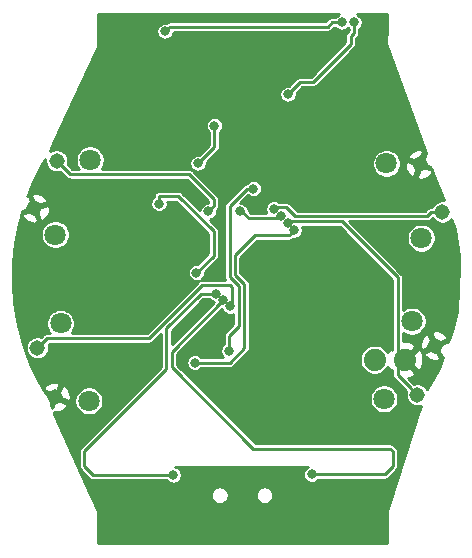
<source format=gbr>
G04 #@! TF.GenerationSoftware,KiCad,Pcbnew,(5.1.4)-1*
G04 #@! TF.CreationDate,2020-08-01T17:35:12+02:00*
G04 #@! TF.ProjectId,ArduinoProMicroUSB,41726475-696e-46f5-9072-6f4d6963726f,rev?*
G04 #@! TF.SameCoordinates,Original*
G04 #@! TF.FileFunction,Copper,L1,Top*
G04 #@! TF.FilePolarity,Positive*
%FSLAX46Y46*%
G04 Gerber Fmt 4.6, Leading zero omitted, Abs format (unit mm)*
G04 Created by KiCad (PCBNEW (5.1.4)-1) date 2020-08-01 17:35:12*
%MOMM*%
%LPD*%
G04 APERTURE LIST*
%ADD10C,1.879600*%
%ADD11C,1.308000*%
%ADD12C,1.800000*%
%ADD13C,0.600000*%
%ADD14C,0.800000*%
%ADD15C,0.250000*%
%ADD16C,0.254000*%
G04 APERTURE END LIST*
D10*
X182346600Y-68135500D03*
X184886600Y-68135500D03*
D11*
X155317280Y-71296434D03*
X153797000Y-67119500D03*
D12*
X158138465Y-71621112D03*
X155749454Y-65057359D03*
X186295241Y-57848500D03*
X183343253Y-51517940D03*
D11*
X188060538Y-55624038D03*
X186182000Y-51595500D03*
X153543000Y-55308500D03*
X155421538Y-51279962D03*
D12*
X155308296Y-57532961D03*
X158260285Y-51202402D03*
X183134000Y-71437500D03*
X185523011Y-64873747D03*
D11*
X185955185Y-71112822D03*
X187475464Y-66935888D03*
D13*
X162623500Y-45085000D03*
D14*
X164084000Y-44386500D03*
X175006000Y-46799500D03*
X176403000Y-49339500D03*
X166595191Y-64677691D03*
X176580800Y-58178700D03*
X178054000Y-61658500D03*
X166039800Y-68440300D03*
X167868600Y-79514700D03*
X167411400Y-66255900D03*
X187629800Y-58534300D03*
X167259000Y-60769500D03*
X179578000Y-39560500D03*
X164592000Y-40322500D03*
X164084000Y-54927500D03*
X175006000Y-45656500D03*
X180594000Y-39560500D03*
X172085000Y-53657500D03*
X170002200Y-67373500D03*
X175526700Y-57162700D03*
X167115201Y-68380899D03*
X168884600Y-62547500D03*
X165277800Y-77889100D03*
X169545000Y-63055500D03*
X177012600Y-77838300D03*
X167386000Y-51498500D03*
X168783000Y-48323500D03*
X170103800Y-63614300D03*
X173812200Y-55346600D03*
X174409100Y-55956200D03*
X170942000Y-55562500D03*
X168275000Y-55562500D03*
X174980600Y-56540400D03*
D15*
X166595191Y-64677691D02*
X165162400Y-66110482D01*
X166039800Y-67874615D02*
X167411400Y-66503015D01*
X166039800Y-68440300D02*
X166039800Y-67874615D01*
X167411400Y-66503015D02*
X167411400Y-66255900D01*
X167411400Y-66255900D02*
X167411400Y-66001900D01*
X164592000Y-40322500D02*
X164991999Y-39922501D01*
X178721000Y-39560500D02*
X179578000Y-39560500D01*
X178358999Y-39922501D02*
X178721000Y-39560500D01*
X164991999Y-39922501D02*
X171595999Y-39922501D01*
X171595999Y-39922501D02*
X178358999Y-39922501D01*
X168713990Y-59314510D02*
X168713990Y-57271490D01*
X167259000Y-60769500D02*
X168713990Y-59314510D01*
X165735000Y-54292500D02*
X164084000Y-54292500D01*
X168713990Y-57271490D02*
X165735000Y-54292500D01*
X164084000Y-54292500D02*
X164084000Y-54927500D01*
X177114001Y-44621501D02*
X180303001Y-41432501D01*
X176040999Y-44621501D02*
X175006000Y-45656500D01*
X177114001Y-44621501D02*
X176040999Y-44621501D01*
X180303001Y-41432501D02*
X180303001Y-40736499D01*
X180594000Y-40445500D02*
X180594000Y-39560500D01*
X180303001Y-40736499D02*
X180594000Y-40445500D01*
X172085000Y-53657500D02*
X171519315Y-53657500D01*
X170064020Y-55112795D02*
X170064020Y-61154849D01*
X171519315Y-53657500D02*
X170064020Y-55112795D01*
X170828801Y-61919629D02*
X170653236Y-61744064D01*
X170828801Y-65297676D02*
X170828801Y-61919629D01*
X170002200Y-66124277D02*
X170828801Y-65297676D01*
X170002200Y-67373500D02*
X170002200Y-66124277D01*
X170064020Y-61154849D02*
X170653236Y-61744064D01*
X170653236Y-61744064D02*
X170852577Y-61943406D01*
X172193001Y-57613499D02*
X170514030Y-59292470D01*
X175514000Y-57213500D02*
X175114001Y-57613499D01*
X175114001Y-57613499D02*
X172193001Y-57613499D01*
X170514030Y-59292470D02*
X170514030Y-60968449D01*
X171302586Y-61757006D02*
X170819040Y-61273460D01*
X171302586Y-67146116D02*
X171302586Y-61757006D01*
X170067803Y-68380899D02*
X171302586Y-67146116D01*
X167115201Y-68380899D02*
X170067803Y-68380899D01*
X170514030Y-60968449D02*
X170819040Y-61273460D01*
X170819040Y-61273460D02*
X171302587Y-61757006D01*
X157764990Y-77170478D02*
X158483612Y-77889100D01*
X157764990Y-75864522D02*
X157764990Y-77170478D01*
X164712390Y-68917122D02*
X157764990Y-75864522D01*
X164712390Y-65487490D02*
X164712390Y-68917122D01*
X168884600Y-62547500D02*
X167652380Y-62547500D01*
X167652380Y-62547500D02*
X164712390Y-65487490D01*
X158483612Y-77889100D02*
X165277800Y-77889100D01*
X165277800Y-77889100D02*
X165277800Y-77889100D01*
X169545000Y-63055500D02*
X169545000Y-62960102D01*
X169614010Y-62986490D02*
X169545000Y-63055500D01*
X183865010Y-77170478D02*
X183197188Y-77838300D01*
X165162399Y-68737501D02*
X172084388Y-75659490D01*
X172084388Y-75659490D02*
X183659978Y-75659490D01*
X183659978Y-75659490D02*
X183865010Y-75864522D01*
X183865010Y-75864522D02*
X183865010Y-77170478D01*
X183197188Y-77838300D02*
X177012600Y-77838300D01*
X165162399Y-67438101D02*
X165162399Y-68737501D01*
X169545000Y-63055500D02*
X165162399Y-67438101D01*
X177012600Y-77838300D02*
X177012600Y-77838300D01*
X168783000Y-50101500D02*
X168783000Y-48323500D01*
X167386000Y-51498500D02*
X168783000Y-50101500D01*
X167740971Y-61822499D02*
X163245800Y-66317670D01*
X170095261Y-61822499D02*
X167740971Y-61822499D01*
X170270001Y-61997239D02*
X170095261Y-61822499D01*
X170270001Y-63403501D02*
X170270001Y-61997239D01*
X170103800Y-63614300D02*
X170103800Y-63569702D01*
X170103800Y-63569702D02*
X170270001Y-63403501D01*
X154598830Y-66317670D02*
X153797000Y-67119500D01*
X163245800Y-66317670D02*
X154598830Y-66317670D01*
X174868976Y-55218499D02*
X175354001Y-55703524D01*
X174022999Y-55218499D02*
X174868976Y-55218499D01*
X173736000Y-55435500D02*
X173805998Y-55435500D01*
X173805998Y-55435500D02*
X174022999Y-55218499D01*
X175354001Y-55703524D02*
X175628992Y-55978515D01*
X186781166Y-55978515D02*
X179923985Y-55978515D01*
X187135643Y-55624038D02*
X186781166Y-55978515D01*
X188060538Y-55624038D02*
X187135643Y-55624038D01*
X175628992Y-55978515D02*
X179923985Y-55978515D01*
X179923985Y-55978515D02*
X180121015Y-55978515D01*
X174084001Y-56160501D02*
X171667001Y-56160501D01*
X174371000Y-55943500D02*
X174301002Y-55943500D01*
X174301002Y-55943500D02*
X174084001Y-56160501D01*
X171667001Y-56160501D02*
X170942000Y-55435500D01*
X170942000Y-55435500D02*
X170942000Y-55435500D01*
X168713990Y-55123510D02*
X168275000Y-55562500D01*
X168713990Y-54535902D02*
X168713990Y-55123510D01*
X166605491Y-52427403D02*
X168713990Y-54535902D01*
X155421538Y-51279962D02*
X156568979Y-52427403D01*
X156568979Y-52427403D02*
X163917097Y-52427403D01*
X163917097Y-52427403D02*
X166605491Y-52427403D01*
X175006000Y-56428525D02*
X179555025Y-56428525D01*
X185301186Y-70458823D02*
X185955185Y-71112822D01*
X184298010Y-69455647D02*
X185301186Y-70458823D01*
X184298010Y-61171510D02*
X184298010Y-69455647D01*
X179555025Y-56428525D02*
X184298010Y-61171510D01*
D16*
G36*
X154440538Y-51183342D02*
G01*
X154440538Y-51376582D01*
X154478237Y-51566109D01*
X154552187Y-51744640D01*
X154659545Y-51905313D01*
X154796187Y-52041955D01*
X154956860Y-52149313D01*
X155135391Y-52223263D01*
X155324918Y-52260962D01*
X155518158Y-52260962D01*
X155707685Y-52223263D01*
X155720364Y-52218011D01*
X156233660Y-52731308D01*
X156247820Y-52748562D01*
X156316646Y-52805046D01*
X156379141Y-52838450D01*
X156395169Y-52847017D01*
X156480371Y-52872863D01*
X156568979Y-52881590D01*
X156591184Y-52879403D01*
X166418268Y-52879403D01*
X168261990Y-54723126D01*
X168261991Y-54835500D01*
X168203397Y-54835500D01*
X168062942Y-54863438D01*
X167930636Y-54918241D01*
X167811564Y-54997802D01*
X167710302Y-55099064D01*
X167630741Y-55218136D01*
X167575938Y-55350442D01*
X167552085Y-55470361D01*
X166070323Y-53988600D01*
X166056159Y-53971341D01*
X165987333Y-53914857D01*
X165908810Y-53872886D01*
X165823607Y-53847040D01*
X165757205Y-53840500D01*
X165735000Y-53838313D01*
X165712795Y-53840500D01*
X164106205Y-53840500D01*
X164084000Y-53838313D01*
X164061795Y-53840500D01*
X163995393Y-53847040D01*
X163910190Y-53872886D01*
X163831667Y-53914857D01*
X163762841Y-53971341D01*
X163706357Y-54040167D01*
X163664386Y-54118690D01*
X163638540Y-54203893D01*
X163629813Y-54292500D01*
X163632000Y-54314706D01*
X163632000Y-54355161D01*
X163620564Y-54362802D01*
X163519302Y-54464064D01*
X163439741Y-54583136D01*
X163384938Y-54715442D01*
X163357000Y-54855897D01*
X163357000Y-54999103D01*
X163384938Y-55139558D01*
X163439741Y-55271864D01*
X163519302Y-55390936D01*
X163620564Y-55492198D01*
X163739636Y-55571759D01*
X163871942Y-55626562D01*
X164012397Y-55654500D01*
X164155603Y-55654500D01*
X164296058Y-55626562D01*
X164428364Y-55571759D01*
X164547436Y-55492198D01*
X164648698Y-55390936D01*
X164728259Y-55271864D01*
X164783062Y-55139558D01*
X164811000Y-54999103D01*
X164811000Y-54855897D01*
X164788842Y-54744500D01*
X165547777Y-54744500D01*
X168261991Y-57458716D01*
X168261990Y-59127286D01*
X167344093Y-60045183D01*
X167330603Y-60042500D01*
X167187397Y-60042500D01*
X167046942Y-60070438D01*
X166914636Y-60125241D01*
X166795564Y-60204802D01*
X166694302Y-60306064D01*
X166614741Y-60425136D01*
X166559938Y-60557442D01*
X166532000Y-60697897D01*
X166532000Y-60841103D01*
X166559938Y-60981558D01*
X166614741Y-61113864D01*
X166694302Y-61232936D01*
X166795564Y-61334198D01*
X166914636Y-61413759D01*
X167046942Y-61468562D01*
X167187397Y-61496500D01*
X167330603Y-61496500D01*
X167456135Y-61471530D01*
X167419812Y-61501340D01*
X167405652Y-61518594D01*
X163058577Y-65865670D01*
X156676383Y-65865670D01*
X156702527Y-65839526D01*
X156836807Y-65638561D01*
X156929301Y-65415262D01*
X156976454Y-65178208D01*
X156976454Y-64936510D01*
X156929301Y-64699456D01*
X156836807Y-64476157D01*
X156702527Y-64275192D01*
X156531621Y-64104286D01*
X156330656Y-63970006D01*
X156107357Y-63877512D01*
X155870303Y-63830359D01*
X155628605Y-63830359D01*
X155391551Y-63877512D01*
X155168252Y-63970006D01*
X154967287Y-64104286D01*
X154796381Y-64275192D01*
X154662101Y-64476157D01*
X154569607Y-64699456D01*
X154522454Y-64936510D01*
X154522454Y-65178208D01*
X154569607Y-65415262D01*
X154662101Y-65638561D01*
X154796381Y-65839526D01*
X154822525Y-65865670D01*
X154621035Y-65865670D01*
X154598830Y-65863483D01*
X154510222Y-65872210D01*
X154425020Y-65898056D01*
X154346497Y-65940027D01*
X154277671Y-65996511D01*
X154263511Y-66013765D01*
X154095826Y-66181451D01*
X154083147Y-66176199D01*
X153893620Y-66138500D01*
X153700380Y-66138500D01*
X153510853Y-66176199D01*
X153332322Y-66250149D01*
X153171649Y-66357507D01*
X153035007Y-66494149D01*
X152927649Y-66654822D01*
X152853699Y-66833353D01*
X152816000Y-67022880D01*
X152816000Y-67216120D01*
X152853699Y-67405647D01*
X152927649Y-67584178D01*
X153035007Y-67744851D01*
X153171649Y-67881493D01*
X153332322Y-67988851D01*
X153510853Y-68062801D01*
X153700380Y-68100500D01*
X153893620Y-68100500D01*
X154083147Y-68062801D01*
X154261678Y-67988851D01*
X154422351Y-67881493D01*
X154558993Y-67744851D01*
X154666351Y-67584178D01*
X154740301Y-67405647D01*
X154778000Y-67216120D01*
X154778000Y-67022880D01*
X154740301Y-66833353D01*
X154735049Y-66820674D01*
X154786054Y-66769670D01*
X163223595Y-66769670D01*
X163245800Y-66771857D01*
X163268005Y-66769670D01*
X163334407Y-66763130D01*
X163419610Y-66737284D01*
X163498133Y-66695313D01*
X163566959Y-66638829D01*
X163581123Y-66621570D01*
X164260390Y-65942303D01*
X164260391Y-68729896D01*
X157461090Y-75529199D01*
X157443831Y-75543363D01*
X157387348Y-75612189D01*
X157345376Y-75690713D01*
X157319530Y-75775915D01*
X157310803Y-75864522D01*
X157312990Y-75886727D01*
X157312991Y-77148263D01*
X157310803Y-77170478D01*
X157319530Y-77259085D01*
X157345376Y-77344287D01*
X157371328Y-77392840D01*
X157387348Y-77422811D01*
X157443832Y-77491637D01*
X157461086Y-77505797D01*
X158148293Y-78193005D01*
X158162453Y-78210259D01*
X158231279Y-78266743D01*
X158279443Y-78292487D01*
X158309802Y-78308714D01*
X158395004Y-78334560D01*
X158483612Y-78343287D01*
X158505817Y-78341100D01*
X164705461Y-78341100D01*
X164713102Y-78352536D01*
X164814364Y-78453798D01*
X164933436Y-78533359D01*
X165065742Y-78588162D01*
X165206197Y-78616100D01*
X165349403Y-78616100D01*
X165489858Y-78588162D01*
X165622164Y-78533359D01*
X165741236Y-78453798D01*
X165842498Y-78352536D01*
X165922059Y-78233464D01*
X165976862Y-78101158D01*
X166004800Y-77960703D01*
X166004800Y-77817497D01*
X165976862Y-77677042D01*
X165922059Y-77544736D01*
X165842498Y-77425664D01*
X165741236Y-77324402D01*
X165622164Y-77244841D01*
X165489858Y-77190038D01*
X165426825Y-77177500D01*
X176708169Y-77177500D01*
X176668236Y-77194041D01*
X176549164Y-77273602D01*
X176447902Y-77374864D01*
X176368341Y-77493936D01*
X176313538Y-77626242D01*
X176285600Y-77766697D01*
X176285600Y-77909903D01*
X176313538Y-78050358D01*
X176368341Y-78182664D01*
X176447902Y-78301736D01*
X176549164Y-78402998D01*
X176668236Y-78482559D01*
X176800542Y-78537362D01*
X176940997Y-78565300D01*
X177084203Y-78565300D01*
X177224658Y-78537362D01*
X177356964Y-78482559D01*
X177476036Y-78402998D01*
X177577298Y-78301736D01*
X177584939Y-78290300D01*
X183174983Y-78290300D01*
X183197188Y-78292487D01*
X183219393Y-78290300D01*
X183285795Y-78283760D01*
X183370998Y-78257914D01*
X183449521Y-78215943D01*
X183518347Y-78159459D01*
X183532511Y-78142200D01*
X184168915Y-77505797D01*
X184186169Y-77491637D01*
X184242653Y-77422811D01*
X184284624Y-77344288D01*
X184290656Y-77324402D01*
X184310470Y-77259086D01*
X184319197Y-77170478D01*
X184317010Y-77148273D01*
X184317010Y-75886726D01*
X184319197Y-75864521D01*
X184310470Y-75775914D01*
X184284624Y-75690712D01*
X184242653Y-75612189D01*
X184186169Y-75543363D01*
X184168911Y-75529200D01*
X183995301Y-75355590D01*
X183981137Y-75338331D01*
X183912311Y-75281847D01*
X183833788Y-75239876D01*
X183748585Y-75214030D01*
X183682183Y-75207490D01*
X183659978Y-75205303D01*
X183637773Y-75207490D01*
X172271612Y-75207490D01*
X168380773Y-71316651D01*
X181907000Y-71316651D01*
X181907000Y-71558349D01*
X181954153Y-71795403D01*
X182046647Y-72018702D01*
X182180927Y-72219667D01*
X182351833Y-72390573D01*
X182552798Y-72524853D01*
X182776097Y-72617347D01*
X183013151Y-72664500D01*
X183254849Y-72664500D01*
X183491903Y-72617347D01*
X183715202Y-72524853D01*
X183916167Y-72390573D01*
X184087073Y-72219667D01*
X184221353Y-72018702D01*
X184313847Y-71795403D01*
X184361000Y-71558349D01*
X184361000Y-71316651D01*
X184313847Y-71079597D01*
X184221353Y-70856298D01*
X184087073Y-70655333D01*
X183916167Y-70484427D01*
X183715202Y-70350147D01*
X183491903Y-70257653D01*
X183254849Y-70210500D01*
X183013151Y-70210500D01*
X182776097Y-70257653D01*
X182552798Y-70350147D01*
X182351833Y-70484427D01*
X182180927Y-70655333D01*
X182046647Y-70856298D01*
X181954153Y-71079597D01*
X181907000Y-71316651D01*
X168380773Y-71316651D01*
X165614399Y-68550278D01*
X165614399Y-67625324D01*
X169407265Y-63832459D01*
X169459541Y-63958664D01*
X169539102Y-64077736D01*
X169640364Y-64178998D01*
X169759436Y-64258559D01*
X169891742Y-64313362D01*
X170032197Y-64341300D01*
X170175403Y-64341300D01*
X170315858Y-64313362D01*
X170376801Y-64288118D01*
X170376801Y-65110451D01*
X169698295Y-65788958D01*
X169681042Y-65803118D01*
X169629707Y-65865670D01*
X169624558Y-65871944D01*
X169582586Y-65950468D01*
X169556740Y-66035670D01*
X169548013Y-66124277D01*
X169550201Y-66146492D01*
X169550200Y-66801160D01*
X169538764Y-66808802D01*
X169437502Y-66910064D01*
X169357941Y-67029136D01*
X169303138Y-67161442D01*
X169275200Y-67301897D01*
X169275200Y-67445103D01*
X169303138Y-67585558D01*
X169357941Y-67717864D01*
X169437502Y-67836936D01*
X169529465Y-67928899D01*
X167687540Y-67928899D01*
X167679899Y-67917463D01*
X167578637Y-67816201D01*
X167459565Y-67736640D01*
X167327259Y-67681837D01*
X167186804Y-67653899D01*
X167043598Y-67653899D01*
X166903143Y-67681837D01*
X166770837Y-67736640D01*
X166651765Y-67816201D01*
X166550503Y-67917463D01*
X166470942Y-68036535D01*
X166416139Y-68168841D01*
X166388201Y-68309296D01*
X166388201Y-68452502D01*
X166416139Y-68592957D01*
X166470942Y-68725263D01*
X166550503Y-68844335D01*
X166651765Y-68945597D01*
X166770837Y-69025158D01*
X166903143Y-69079961D01*
X167043598Y-69107899D01*
X167186804Y-69107899D01*
X167327259Y-69079961D01*
X167459565Y-69025158D01*
X167578637Y-68945597D01*
X167679899Y-68844335D01*
X167687540Y-68832899D01*
X170045598Y-68832899D01*
X170067803Y-68835086D01*
X170090008Y-68832899D01*
X170156410Y-68826359D01*
X170241613Y-68800513D01*
X170320136Y-68758542D01*
X170388962Y-68702058D01*
X170403126Y-68684799D01*
X171606492Y-67481434D01*
X171623745Y-67467275D01*
X171680229Y-67398449D01*
X171722200Y-67319926D01*
X171730274Y-67293309D01*
X171748046Y-67234724D01*
X171756773Y-67146116D01*
X171754586Y-67123911D01*
X171754586Y-61779220D01*
X171756774Y-61757005D01*
X171748047Y-61668397D01*
X171722200Y-61583195D01*
X171680229Y-61504672D01*
X171637900Y-61453094D01*
X171637896Y-61453090D01*
X171623745Y-61435847D01*
X171606501Y-61421695D01*
X171154362Y-60969559D01*
X171154354Y-60969549D01*
X170966030Y-60781225D01*
X170966030Y-59479693D01*
X172380225Y-58065499D01*
X175091796Y-58065499D01*
X175114001Y-58067686D01*
X175136206Y-58065499D01*
X175202608Y-58058959D01*
X175287811Y-58033113D01*
X175366334Y-57991142D01*
X175435160Y-57934658D01*
X175449324Y-57917399D01*
X175477023Y-57889700D01*
X175598303Y-57889700D01*
X175738758Y-57861762D01*
X175871064Y-57806959D01*
X175990136Y-57727398D01*
X176091398Y-57626136D01*
X176170959Y-57507064D01*
X176225762Y-57374758D01*
X176253700Y-57234303D01*
X176253700Y-57091097D01*
X176225762Y-56950642D01*
X176196719Y-56880525D01*
X179367802Y-56880525D01*
X183846010Y-61358734D01*
X183846011Y-67274516D01*
X183794124Y-67222629D01*
X183535877Y-67311123D01*
X183445044Y-67499257D01*
X183330588Y-67327962D01*
X183154138Y-67151512D01*
X182946655Y-67012876D01*
X182716112Y-66917382D01*
X182471369Y-66868700D01*
X182221831Y-66868700D01*
X181977088Y-66917382D01*
X181746545Y-67012876D01*
X181539062Y-67151512D01*
X181362612Y-67327962D01*
X181223976Y-67535445D01*
X181128482Y-67765988D01*
X181079800Y-68010731D01*
X181079800Y-68260269D01*
X181128482Y-68505012D01*
X181223976Y-68735555D01*
X181362612Y-68943038D01*
X181539062Y-69119488D01*
X181746545Y-69258124D01*
X181977088Y-69353618D01*
X182221831Y-69402300D01*
X182471369Y-69402300D01*
X182716112Y-69353618D01*
X182946655Y-69258124D01*
X183154138Y-69119488D01*
X183330588Y-68943038D01*
X183442173Y-68776039D01*
X183450735Y-68800586D01*
X183535877Y-68959877D01*
X183794124Y-69048371D01*
X183846011Y-68996484D01*
X183846011Y-69433432D01*
X183843823Y-69455647D01*
X183852550Y-69544254D01*
X183878396Y-69629456D01*
X183920368Y-69707980D01*
X183976852Y-69776806D01*
X183994106Y-69790966D01*
X184997274Y-70794136D01*
X184997285Y-70794145D01*
X185017136Y-70813996D01*
X185011884Y-70826675D01*
X184974185Y-71016202D01*
X184974185Y-71209442D01*
X185011884Y-71398969D01*
X185085834Y-71577500D01*
X185193192Y-71738173D01*
X185329834Y-71874815D01*
X185490507Y-71982173D01*
X185669038Y-72056123D01*
X185858565Y-72093822D01*
X186051805Y-72093822D01*
X186241332Y-72056123D01*
X186272124Y-72043368D01*
X186040268Y-72715754D01*
X186039684Y-72717092D01*
X186037814Y-72722870D01*
X186035871Y-72728504D01*
X186035539Y-72729898D01*
X183369516Y-80966433D01*
X183368786Y-80967804D01*
X183364922Y-80980625D01*
X183363088Y-80986291D01*
X183362756Y-80987811D01*
X183360146Y-80996472D01*
X183359573Y-81002398D01*
X183358303Y-81008218D01*
X183358136Y-81017264D01*
X183357986Y-81018811D01*
X183357997Y-81024770D01*
X183357749Y-81038153D01*
X183358023Y-81039680D01*
X183362728Y-83668000D01*
X161750857Y-83668000D01*
X158902000Y-83656443D01*
X158902000Y-81031404D01*
X158902679Y-81021884D01*
X158901069Y-81009083D01*
X158899800Y-80996203D01*
X158899199Y-80994223D01*
X158898942Y-80992177D01*
X158894866Y-80979938D01*
X158891109Y-80967551D01*
X158886604Y-80959123D01*
X158247691Y-79527075D01*
X168468700Y-79527075D01*
X168468700Y-79675045D01*
X168497567Y-79820171D01*
X168554193Y-79956877D01*
X168636400Y-80079910D01*
X168741030Y-80184540D01*
X168864063Y-80266747D01*
X169000769Y-80323373D01*
X169145895Y-80352240D01*
X169293865Y-80352240D01*
X169438991Y-80323373D01*
X169575697Y-80266747D01*
X169698730Y-80184540D01*
X169803360Y-80079910D01*
X169885567Y-79956877D01*
X169942193Y-79820171D01*
X169971060Y-79675045D01*
X169971060Y-79527075D01*
X172268540Y-79527075D01*
X172268540Y-79675045D01*
X172297407Y-79820171D01*
X172354033Y-79956877D01*
X172436240Y-80079910D01*
X172540870Y-80184540D01*
X172663903Y-80266747D01*
X172800609Y-80323373D01*
X172945735Y-80352240D01*
X173093705Y-80352240D01*
X173238831Y-80323373D01*
X173375537Y-80266747D01*
X173498570Y-80184540D01*
X173603200Y-80079910D01*
X173685407Y-79956877D01*
X173742033Y-79820171D01*
X173770900Y-79675045D01*
X173770900Y-79527075D01*
X173742033Y-79381949D01*
X173685407Y-79245243D01*
X173603200Y-79122210D01*
X173498570Y-79017580D01*
X173375537Y-78935373D01*
X173238831Y-78878747D01*
X173093705Y-78849880D01*
X172945735Y-78849880D01*
X172800609Y-78878747D01*
X172663903Y-78935373D01*
X172540870Y-79017580D01*
X172436240Y-79122210D01*
X172354033Y-79245243D01*
X172297407Y-79381949D01*
X172268540Y-79527075D01*
X169971060Y-79527075D01*
X169942193Y-79381949D01*
X169885567Y-79245243D01*
X169803360Y-79122210D01*
X169698730Y-79017580D01*
X169575697Y-78935373D01*
X169438991Y-78878747D01*
X169293865Y-78849880D01*
X169145895Y-78849880D01*
X169000769Y-78878747D01*
X168864063Y-78935373D01*
X168741030Y-79017580D01*
X168636400Y-79122210D01*
X168554193Y-79245243D01*
X168497567Y-79381949D01*
X168468700Y-79527075D01*
X158247691Y-79527075D01*
X155208989Y-72716195D01*
X155163331Y-72577086D01*
X155337105Y-72591520D01*
X155589382Y-72562767D01*
X155831203Y-72485350D01*
X156053274Y-72362245D01*
X156247061Y-72198180D01*
X156314888Y-72122519D01*
X156287163Y-71888827D01*
X155378709Y-71465208D01*
X155038119Y-72195603D01*
X154929290Y-71864032D01*
X155303139Y-71490183D01*
X155123531Y-71310575D01*
X155099224Y-71334882D01*
X154885038Y-71235005D01*
X155486054Y-71235005D01*
X156394508Y-71658625D01*
X156591348Y-71529649D01*
X156593788Y-71500263D01*
X156911465Y-71500263D01*
X156911465Y-71741961D01*
X156958618Y-71979015D01*
X157051112Y-72202314D01*
X157185392Y-72403279D01*
X157356298Y-72574185D01*
X157557263Y-72708465D01*
X157780562Y-72800959D01*
X158017616Y-72848112D01*
X158259314Y-72848112D01*
X158496368Y-72800959D01*
X158719667Y-72708465D01*
X158920632Y-72574185D01*
X159091538Y-72403279D01*
X159225818Y-72202314D01*
X159318312Y-71979015D01*
X159365465Y-71741961D01*
X159365465Y-71500263D01*
X159318312Y-71263209D01*
X159225818Y-71039910D01*
X159091538Y-70838945D01*
X158920632Y-70668039D01*
X158719667Y-70533759D01*
X158496368Y-70441265D01*
X158259314Y-70394112D01*
X158017616Y-70394112D01*
X157780562Y-70441265D01*
X157557263Y-70533759D01*
X157356298Y-70668039D01*
X157185392Y-70838945D01*
X157051112Y-71039910D01*
X156958618Y-71263209D01*
X156911465Y-71500263D01*
X156593788Y-71500263D01*
X156612366Y-71276609D01*
X156583613Y-71024332D01*
X156506196Y-70782511D01*
X156383091Y-70560440D01*
X156219026Y-70366653D01*
X156143365Y-70298826D01*
X155909673Y-70326551D01*
X155486054Y-71235005D01*
X154885038Y-71235005D01*
X154542316Y-71075191D01*
X154184594Y-70470349D01*
X154319672Y-70470349D01*
X154347397Y-70704041D01*
X155255851Y-71127660D01*
X155679471Y-70219206D01*
X155550495Y-70022366D01*
X155297455Y-70001348D01*
X155045178Y-70030101D01*
X154803357Y-70107518D01*
X154581286Y-70230623D01*
X154387499Y-70394688D01*
X154319672Y-70470349D01*
X154184594Y-70470349D01*
X153933228Y-70045337D01*
X153187585Y-68475119D01*
X152587319Y-66843765D01*
X152137374Y-65164719D01*
X151991033Y-64317621D01*
X151824776Y-63244506D01*
X151702010Y-61719144D01*
X151720170Y-59980948D01*
X151895791Y-58251569D01*
X152058942Y-57412112D01*
X154081296Y-57412112D01*
X154081296Y-57653810D01*
X154128449Y-57890864D01*
X154220943Y-58114163D01*
X154355223Y-58315128D01*
X154526129Y-58486034D01*
X154727094Y-58620314D01*
X154950393Y-58712808D01*
X155187447Y-58759961D01*
X155429145Y-58759961D01*
X155666199Y-58712808D01*
X155889498Y-58620314D01*
X156090463Y-58486034D01*
X156261369Y-58315128D01*
X156395649Y-58114163D01*
X156488143Y-57890864D01*
X156535296Y-57653810D01*
X156535296Y-57412112D01*
X156488143Y-57175058D01*
X156395649Y-56951759D01*
X156261369Y-56750794D01*
X156090463Y-56579888D01*
X155889498Y-56445608D01*
X155666199Y-56353114D01*
X155429145Y-56305961D01*
X155187447Y-56305961D01*
X154950393Y-56353114D01*
X154727094Y-56445608D01*
X154526129Y-56579888D01*
X154355223Y-56750794D01*
X154220943Y-56951759D01*
X154128449Y-57175058D01*
X154081296Y-57412112D01*
X152058942Y-57412112D01*
X152227426Y-56545221D01*
X152372887Y-56044494D01*
X152477190Y-56044494D01*
X152641254Y-56238282D01*
X152839973Y-56396338D01*
X153065707Y-56512589D01*
X153309784Y-56582568D01*
X153562824Y-56603585D01*
X153664285Y-56598046D01*
X153809926Y-56413196D01*
X153467096Y-55471278D01*
X152525177Y-55814108D01*
X152477190Y-56044494D01*
X152372887Y-56044494D01*
X152517529Y-55546591D01*
X152963134Y-55384404D01*
X153705778Y-55384404D01*
X154048608Y-56326323D01*
X154278994Y-56374310D01*
X154472782Y-56210246D01*
X154630838Y-56011527D01*
X154747089Y-55785793D01*
X154817068Y-55541716D01*
X154838085Y-55288676D01*
X154832546Y-55187215D01*
X154647696Y-55041574D01*
X153705778Y-55384404D01*
X152963134Y-55384404D01*
X153312234Y-55257342D01*
X153349251Y-55294359D01*
X153528859Y-55114751D01*
X153227727Y-54813619D01*
X153037392Y-54290677D01*
X152948919Y-54272249D01*
X152975740Y-54203804D01*
X153276074Y-54203804D01*
X153618904Y-55145722D01*
X154560823Y-54802892D01*
X154608810Y-54572506D01*
X154444746Y-54378718D01*
X154246027Y-54220662D01*
X154020293Y-54104411D01*
X153776216Y-54034432D01*
X153523176Y-54013415D01*
X153421715Y-54018954D01*
X153276074Y-54203804D01*
X152975740Y-54203804D01*
X153346570Y-53257489D01*
X154125224Y-51702457D01*
X154441071Y-51180665D01*
X154440538Y-51183342D01*
X154440538Y-51183342D01*
G37*
X154440538Y-51183342D02*
X154440538Y-51376582D01*
X154478237Y-51566109D01*
X154552187Y-51744640D01*
X154659545Y-51905313D01*
X154796187Y-52041955D01*
X154956860Y-52149313D01*
X155135391Y-52223263D01*
X155324918Y-52260962D01*
X155518158Y-52260962D01*
X155707685Y-52223263D01*
X155720364Y-52218011D01*
X156233660Y-52731308D01*
X156247820Y-52748562D01*
X156316646Y-52805046D01*
X156379141Y-52838450D01*
X156395169Y-52847017D01*
X156480371Y-52872863D01*
X156568979Y-52881590D01*
X156591184Y-52879403D01*
X166418268Y-52879403D01*
X168261990Y-54723126D01*
X168261991Y-54835500D01*
X168203397Y-54835500D01*
X168062942Y-54863438D01*
X167930636Y-54918241D01*
X167811564Y-54997802D01*
X167710302Y-55099064D01*
X167630741Y-55218136D01*
X167575938Y-55350442D01*
X167552085Y-55470361D01*
X166070323Y-53988600D01*
X166056159Y-53971341D01*
X165987333Y-53914857D01*
X165908810Y-53872886D01*
X165823607Y-53847040D01*
X165757205Y-53840500D01*
X165735000Y-53838313D01*
X165712795Y-53840500D01*
X164106205Y-53840500D01*
X164084000Y-53838313D01*
X164061795Y-53840500D01*
X163995393Y-53847040D01*
X163910190Y-53872886D01*
X163831667Y-53914857D01*
X163762841Y-53971341D01*
X163706357Y-54040167D01*
X163664386Y-54118690D01*
X163638540Y-54203893D01*
X163629813Y-54292500D01*
X163632000Y-54314706D01*
X163632000Y-54355161D01*
X163620564Y-54362802D01*
X163519302Y-54464064D01*
X163439741Y-54583136D01*
X163384938Y-54715442D01*
X163357000Y-54855897D01*
X163357000Y-54999103D01*
X163384938Y-55139558D01*
X163439741Y-55271864D01*
X163519302Y-55390936D01*
X163620564Y-55492198D01*
X163739636Y-55571759D01*
X163871942Y-55626562D01*
X164012397Y-55654500D01*
X164155603Y-55654500D01*
X164296058Y-55626562D01*
X164428364Y-55571759D01*
X164547436Y-55492198D01*
X164648698Y-55390936D01*
X164728259Y-55271864D01*
X164783062Y-55139558D01*
X164811000Y-54999103D01*
X164811000Y-54855897D01*
X164788842Y-54744500D01*
X165547777Y-54744500D01*
X168261991Y-57458716D01*
X168261990Y-59127286D01*
X167344093Y-60045183D01*
X167330603Y-60042500D01*
X167187397Y-60042500D01*
X167046942Y-60070438D01*
X166914636Y-60125241D01*
X166795564Y-60204802D01*
X166694302Y-60306064D01*
X166614741Y-60425136D01*
X166559938Y-60557442D01*
X166532000Y-60697897D01*
X166532000Y-60841103D01*
X166559938Y-60981558D01*
X166614741Y-61113864D01*
X166694302Y-61232936D01*
X166795564Y-61334198D01*
X166914636Y-61413759D01*
X167046942Y-61468562D01*
X167187397Y-61496500D01*
X167330603Y-61496500D01*
X167456135Y-61471530D01*
X167419812Y-61501340D01*
X167405652Y-61518594D01*
X163058577Y-65865670D01*
X156676383Y-65865670D01*
X156702527Y-65839526D01*
X156836807Y-65638561D01*
X156929301Y-65415262D01*
X156976454Y-65178208D01*
X156976454Y-64936510D01*
X156929301Y-64699456D01*
X156836807Y-64476157D01*
X156702527Y-64275192D01*
X156531621Y-64104286D01*
X156330656Y-63970006D01*
X156107357Y-63877512D01*
X155870303Y-63830359D01*
X155628605Y-63830359D01*
X155391551Y-63877512D01*
X155168252Y-63970006D01*
X154967287Y-64104286D01*
X154796381Y-64275192D01*
X154662101Y-64476157D01*
X154569607Y-64699456D01*
X154522454Y-64936510D01*
X154522454Y-65178208D01*
X154569607Y-65415262D01*
X154662101Y-65638561D01*
X154796381Y-65839526D01*
X154822525Y-65865670D01*
X154621035Y-65865670D01*
X154598830Y-65863483D01*
X154510222Y-65872210D01*
X154425020Y-65898056D01*
X154346497Y-65940027D01*
X154277671Y-65996511D01*
X154263511Y-66013765D01*
X154095826Y-66181451D01*
X154083147Y-66176199D01*
X153893620Y-66138500D01*
X153700380Y-66138500D01*
X153510853Y-66176199D01*
X153332322Y-66250149D01*
X153171649Y-66357507D01*
X153035007Y-66494149D01*
X152927649Y-66654822D01*
X152853699Y-66833353D01*
X152816000Y-67022880D01*
X152816000Y-67216120D01*
X152853699Y-67405647D01*
X152927649Y-67584178D01*
X153035007Y-67744851D01*
X153171649Y-67881493D01*
X153332322Y-67988851D01*
X153510853Y-68062801D01*
X153700380Y-68100500D01*
X153893620Y-68100500D01*
X154083147Y-68062801D01*
X154261678Y-67988851D01*
X154422351Y-67881493D01*
X154558993Y-67744851D01*
X154666351Y-67584178D01*
X154740301Y-67405647D01*
X154778000Y-67216120D01*
X154778000Y-67022880D01*
X154740301Y-66833353D01*
X154735049Y-66820674D01*
X154786054Y-66769670D01*
X163223595Y-66769670D01*
X163245800Y-66771857D01*
X163268005Y-66769670D01*
X163334407Y-66763130D01*
X163419610Y-66737284D01*
X163498133Y-66695313D01*
X163566959Y-66638829D01*
X163581123Y-66621570D01*
X164260390Y-65942303D01*
X164260391Y-68729896D01*
X157461090Y-75529199D01*
X157443831Y-75543363D01*
X157387348Y-75612189D01*
X157345376Y-75690713D01*
X157319530Y-75775915D01*
X157310803Y-75864522D01*
X157312990Y-75886727D01*
X157312991Y-77148263D01*
X157310803Y-77170478D01*
X157319530Y-77259085D01*
X157345376Y-77344287D01*
X157371328Y-77392840D01*
X157387348Y-77422811D01*
X157443832Y-77491637D01*
X157461086Y-77505797D01*
X158148293Y-78193005D01*
X158162453Y-78210259D01*
X158231279Y-78266743D01*
X158279443Y-78292487D01*
X158309802Y-78308714D01*
X158395004Y-78334560D01*
X158483612Y-78343287D01*
X158505817Y-78341100D01*
X164705461Y-78341100D01*
X164713102Y-78352536D01*
X164814364Y-78453798D01*
X164933436Y-78533359D01*
X165065742Y-78588162D01*
X165206197Y-78616100D01*
X165349403Y-78616100D01*
X165489858Y-78588162D01*
X165622164Y-78533359D01*
X165741236Y-78453798D01*
X165842498Y-78352536D01*
X165922059Y-78233464D01*
X165976862Y-78101158D01*
X166004800Y-77960703D01*
X166004800Y-77817497D01*
X165976862Y-77677042D01*
X165922059Y-77544736D01*
X165842498Y-77425664D01*
X165741236Y-77324402D01*
X165622164Y-77244841D01*
X165489858Y-77190038D01*
X165426825Y-77177500D01*
X176708169Y-77177500D01*
X176668236Y-77194041D01*
X176549164Y-77273602D01*
X176447902Y-77374864D01*
X176368341Y-77493936D01*
X176313538Y-77626242D01*
X176285600Y-77766697D01*
X176285600Y-77909903D01*
X176313538Y-78050358D01*
X176368341Y-78182664D01*
X176447902Y-78301736D01*
X176549164Y-78402998D01*
X176668236Y-78482559D01*
X176800542Y-78537362D01*
X176940997Y-78565300D01*
X177084203Y-78565300D01*
X177224658Y-78537362D01*
X177356964Y-78482559D01*
X177476036Y-78402998D01*
X177577298Y-78301736D01*
X177584939Y-78290300D01*
X183174983Y-78290300D01*
X183197188Y-78292487D01*
X183219393Y-78290300D01*
X183285795Y-78283760D01*
X183370998Y-78257914D01*
X183449521Y-78215943D01*
X183518347Y-78159459D01*
X183532511Y-78142200D01*
X184168915Y-77505797D01*
X184186169Y-77491637D01*
X184242653Y-77422811D01*
X184284624Y-77344288D01*
X184290656Y-77324402D01*
X184310470Y-77259086D01*
X184319197Y-77170478D01*
X184317010Y-77148273D01*
X184317010Y-75886726D01*
X184319197Y-75864521D01*
X184310470Y-75775914D01*
X184284624Y-75690712D01*
X184242653Y-75612189D01*
X184186169Y-75543363D01*
X184168911Y-75529200D01*
X183995301Y-75355590D01*
X183981137Y-75338331D01*
X183912311Y-75281847D01*
X183833788Y-75239876D01*
X183748585Y-75214030D01*
X183682183Y-75207490D01*
X183659978Y-75205303D01*
X183637773Y-75207490D01*
X172271612Y-75207490D01*
X168380773Y-71316651D01*
X181907000Y-71316651D01*
X181907000Y-71558349D01*
X181954153Y-71795403D01*
X182046647Y-72018702D01*
X182180927Y-72219667D01*
X182351833Y-72390573D01*
X182552798Y-72524853D01*
X182776097Y-72617347D01*
X183013151Y-72664500D01*
X183254849Y-72664500D01*
X183491903Y-72617347D01*
X183715202Y-72524853D01*
X183916167Y-72390573D01*
X184087073Y-72219667D01*
X184221353Y-72018702D01*
X184313847Y-71795403D01*
X184361000Y-71558349D01*
X184361000Y-71316651D01*
X184313847Y-71079597D01*
X184221353Y-70856298D01*
X184087073Y-70655333D01*
X183916167Y-70484427D01*
X183715202Y-70350147D01*
X183491903Y-70257653D01*
X183254849Y-70210500D01*
X183013151Y-70210500D01*
X182776097Y-70257653D01*
X182552798Y-70350147D01*
X182351833Y-70484427D01*
X182180927Y-70655333D01*
X182046647Y-70856298D01*
X181954153Y-71079597D01*
X181907000Y-71316651D01*
X168380773Y-71316651D01*
X165614399Y-68550278D01*
X165614399Y-67625324D01*
X169407265Y-63832459D01*
X169459541Y-63958664D01*
X169539102Y-64077736D01*
X169640364Y-64178998D01*
X169759436Y-64258559D01*
X169891742Y-64313362D01*
X170032197Y-64341300D01*
X170175403Y-64341300D01*
X170315858Y-64313362D01*
X170376801Y-64288118D01*
X170376801Y-65110451D01*
X169698295Y-65788958D01*
X169681042Y-65803118D01*
X169629707Y-65865670D01*
X169624558Y-65871944D01*
X169582586Y-65950468D01*
X169556740Y-66035670D01*
X169548013Y-66124277D01*
X169550201Y-66146492D01*
X169550200Y-66801160D01*
X169538764Y-66808802D01*
X169437502Y-66910064D01*
X169357941Y-67029136D01*
X169303138Y-67161442D01*
X169275200Y-67301897D01*
X169275200Y-67445103D01*
X169303138Y-67585558D01*
X169357941Y-67717864D01*
X169437502Y-67836936D01*
X169529465Y-67928899D01*
X167687540Y-67928899D01*
X167679899Y-67917463D01*
X167578637Y-67816201D01*
X167459565Y-67736640D01*
X167327259Y-67681837D01*
X167186804Y-67653899D01*
X167043598Y-67653899D01*
X166903143Y-67681837D01*
X166770837Y-67736640D01*
X166651765Y-67816201D01*
X166550503Y-67917463D01*
X166470942Y-68036535D01*
X166416139Y-68168841D01*
X166388201Y-68309296D01*
X166388201Y-68452502D01*
X166416139Y-68592957D01*
X166470942Y-68725263D01*
X166550503Y-68844335D01*
X166651765Y-68945597D01*
X166770837Y-69025158D01*
X166903143Y-69079961D01*
X167043598Y-69107899D01*
X167186804Y-69107899D01*
X167327259Y-69079961D01*
X167459565Y-69025158D01*
X167578637Y-68945597D01*
X167679899Y-68844335D01*
X167687540Y-68832899D01*
X170045598Y-68832899D01*
X170067803Y-68835086D01*
X170090008Y-68832899D01*
X170156410Y-68826359D01*
X170241613Y-68800513D01*
X170320136Y-68758542D01*
X170388962Y-68702058D01*
X170403126Y-68684799D01*
X171606492Y-67481434D01*
X171623745Y-67467275D01*
X171680229Y-67398449D01*
X171722200Y-67319926D01*
X171730274Y-67293309D01*
X171748046Y-67234724D01*
X171756773Y-67146116D01*
X171754586Y-67123911D01*
X171754586Y-61779220D01*
X171756774Y-61757005D01*
X171748047Y-61668397D01*
X171722200Y-61583195D01*
X171680229Y-61504672D01*
X171637900Y-61453094D01*
X171637896Y-61453090D01*
X171623745Y-61435847D01*
X171606501Y-61421695D01*
X171154362Y-60969559D01*
X171154354Y-60969549D01*
X170966030Y-60781225D01*
X170966030Y-59479693D01*
X172380225Y-58065499D01*
X175091796Y-58065499D01*
X175114001Y-58067686D01*
X175136206Y-58065499D01*
X175202608Y-58058959D01*
X175287811Y-58033113D01*
X175366334Y-57991142D01*
X175435160Y-57934658D01*
X175449324Y-57917399D01*
X175477023Y-57889700D01*
X175598303Y-57889700D01*
X175738758Y-57861762D01*
X175871064Y-57806959D01*
X175990136Y-57727398D01*
X176091398Y-57626136D01*
X176170959Y-57507064D01*
X176225762Y-57374758D01*
X176253700Y-57234303D01*
X176253700Y-57091097D01*
X176225762Y-56950642D01*
X176196719Y-56880525D01*
X179367802Y-56880525D01*
X183846010Y-61358734D01*
X183846011Y-67274516D01*
X183794124Y-67222629D01*
X183535877Y-67311123D01*
X183445044Y-67499257D01*
X183330588Y-67327962D01*
X183154138Y-67151512D01*
X182946655Y-67012876D01*
X182716112Y-66917382D01*
X182471369Y-66868700D01*
X182221831Y-66868700D01*
X181977088Y-66917382D01*
X181746545Y-67012876D01*
X181539062Y-67151512D01*
X181362612Y-67327962D01*
X181223976Y-67535445D01*
X181128482Y-67765988D01*
X181079800Y-68010731D01*
X181079800Y-68260269D01*
X181128482Y-68505012D01*
X181223976Y-68735555D01*
X181362612Y-68943038D01*
X181539062Y-69119488D01*
X181746545Y-69258124D01*
X181977088Y-69353618D01*
X182221831Y-69402300D01*
X182471369Y-69402300D01*
X182716112Y-69353618D01*
X182946655Y-69258124D01*
X183154138Y-69119488D01*
X183330588Y-68943038D01*
X183442173Y-68776039D01*
X183450735Y-68800586D01*
X183535877Y-68959877D01*
X183794124Y-69048371D01*
X183846011Y-68996484D01*
X183846011Y-69433432D01*
X183843823Y-69455647D01*
X183852550Y-69544254D01*
X183878396Y-69629456D01*
X183920368Y-69707980D01*
X183976852Y-69776806D01*
X183994106Y-69790966D01*
X184997274Y-70794136D01*
X184997285Y-70794145D01*
X185017136Y-70813996D01*
X185011884Y-70826675D01*
X184974185Y-71016202D01*
X184974185Y-71209442D01*
X185011884Y-71398969D01*
X185085834Y-71577500D01*
X185193192Y-71738173D01*
X185329834Y-71874815D01*
X185490507Y-71982173D01*
X185669038Y-72056123D01*
X185858565Y-72093822D01*
X186051805Y-72093822D01*
X186241332Y-72056123D01*
X186272124Y-72043368D01*
X186040268Y-72715754D01*
X186039684Y-72717092D01*
X186037814Y-72722870D01*
X186035871Y-72728504D01*
X186035539Y-72729898D01*
X183369516Y-80966433D01*
X183368786Y-80967804D01*
X183364922Y-80980625D01*
X183363088Y-80986291D01*
X183362756Y-80987811D01*
X183360146Y-80996472D01*
X183359573Y-81002398D01*
X183358303Y-81008218D01*
X183358136Y-81017264D01*
X183357986Y-81018811D01*
X183357997Y-81024770D01*
X183357749Y-81038153D01*
X183358023Y-81039680D01*
X183362728Y-83668000D01*
X161750857Y-83668000D01*
X158902000Y-83656443D01*
X158902000Y-81031404D01*
X158902679Y-81021884D01*
X158901069Y-81009083D01*
X158899800Y-80996203D01*
X158899199Y-80994223D01*
X158898942Y-80992177D01*
X158894866Y-80979938D01*
X158891109Y-80967551D01*
X158886604Y-80959123D01*
X158247691Y-79527075D01*
X168468700Y-79527075D01*
X168468700Y-79675045D01*
X168497567Y-79820171D01*
X168554193Y-79956877D01*
X168636400Y-80079910D01*
X168741030Y-80184540D01*
X168864063Y-80266747D01*
X169000769Y-80323373D01*
X169145895Y-80352240D01*
X169293865Y-80352240D01*
X169438991Y-80323373D01*
X169575697Y-80266747D01*
X169698730Y-80184540D01*
X169803360Y-80079910D01*
X169885567Y-79956877D01*
X169942193Y-79820171D01*
X169971060Y-79675045D01*
X169971060Y-79527075D01*
X172268540Y-79527075D01*
X172268540Y-79675045D01*
X172297407Y-79820171D01*
X172354033Y-79956877D01*
X172436240Y-80079910D01*
X172540870Y-80184540D01*
X172663903Y-80266747D01*
X172800609Y-80323373D01*
X172945735Y-80352240D01*
X173093705Y-80352240D01*
X173238831Y-80323373D01*
X173375537Y-80266747D01*
X173498570Y-80184540D01*
X173603200Y-80079910D01*
X173685407Y-79956877D01*
X173742033Y-79820171D01*
X173770900Y-79675045D01*
X173770900Y-79527075D01*
X173742033Y-79381949D01*
X173685407Y-79245243D01*
X173603200Y-79122210D01*
X173498570Y-79017580D01*
X173375537Y-78935373D01*
X173238831Y-78878747D01*
X173093705Y-78849880D01*
X172945735Y-78849880D01*
X172800609Y-78878747D01*
X172663903Y-78935373D01*
X172540870Y-79017580D01*
X172436240Y-79122210D01*
X172354033Y-79245243D01*
X172297407Y-79381949D01*
X172268540Y-79527075D01*
X169971060Y-79527075D01*
X169942193Y-79381949D01*
X169885567Y-79245243D01*
X169803360Y-79122210D01*
X169698730Y-79017580D01*
X169575697Y-78935373D01*
X169438991Y-78878747D01*
X169293865Y-78849880D01*
X169145895Y-78849880D01*
X169000769Y-78878747D01*
X168864063Y-78935373D01*
X168741030Y-79017580D01*
X168636400Y-79122210D01*
X168554193Y-79245243D01*
X168497567Y-79381949D01*
X168468700Y-79527075D01*
X158247691Y-79527075D01*
X155208989Y-72716195D01*
X155163331Y-72577086D01*
X155337105Y-72591520D01*
X155589382Y-72562767D01*
X155831203Y-72485350D01*
X156053274Y-72362245D01*
X156247061Y-72198180D01*
X156314888Y-72122519D01*
X156287163Y-71888827D01*
X155378709Y-71465208D01*
X155038119Y-72195603D01*
X154929290Y-71864032D01*
X155303139Y-71490183D01*
X155123531Y-71310575D01*
X155099224Y-71334882D01*
X154885038Y-71235005D01*
X155486054Y-71235005D01*
X156394508Y-71658625D01*
X156591348Y-71529649D01*
X156593788Y-71500263D01*
X156911465Y-71500263D01*
X156911465Y-71741961D01*
X156958618Y-71979015D01*
X157051112Y-72202314D01*
X157185392Y-72403279D01*
X157356298Y-72574185D01*
X157557263Y-72708465D01*
X157780562Y-72800959D01*
X158017616Y-72848112D01*
X158259314Y-72848112D01*
X158496368Y-72800959D01*
X158719667Y-72708465D01*
X158920632Y-72574185D01*
X159091538Y-72403279D01*
X159225818Y-72202314D01*
X159318312Y-71979015D01*
X159365465Y-71741961D01*
X159365465Y-71500263D01*
X159318312Y-71263209D01*
X159225818Y-71039910D01*
X159091538Y-70838945D01*
X158920632Y-70668039D01*
X158719667Y-70533759D01*
X158496368Y-70441265D01*
X158259314Y-70394112D01*
X158017616Y-70394112D01*
X157780562Y-70441265D01*
X157557263Y-70533759D01*
X157356298Y-70668039D01*
X157185392Y-70838945D01*
X157051112Y-71039910D01*
X156958618Y-71263209D01*
X156911465Y-71500263D01*
X156593788Y-71500263D01*
X156612366Y-71276609D01*
X156583613Y-71024332D01*
X156506196Y-70782511D01*
X156383091Y-70560440D01*
X156219026Y-70366653D01*
X156143365Y-70298826D01*
X155909673Y-70326551D01*
X155486054Y-71235005D01*
X154885038Y-71235005D01*
X154542316Y-71075191D01*
X154184594Y-70470349D01*
X154319672Y-70470349D01*
X154347397Y-70704041D01*
X155255851Y-71127660D01*
X155679471Y-70219206D01*
X155550495Y-70022366D01*
X155297455Y-70001348D01*
X155045178Y-70030101D01*
X154803357Y-70107518D01*
X154581286Y-70230623D01*
X154387499Y-70394688D01*
X154319672Y-70470349D01*
X154184594Y-70470349D01*
X153933228Y-70045337D01*
X153187585Y-68475119D01*
X152587319Y-66843765D01*
X152137374Y-65164719D01*
X151991033Y-64317621D01*
X151824776Y-63244506D01*
X151702010Y-61719144D01*
X151720170Y-59980948D01*
X151895791Y-58251569D01*
X152058942Y-57412112D01*
X154081296Y-57412112D01*
X154081296Y-57653810D01*
X154128449Y-57890864D01*
X154220943Y-58114163D01*
X154355223Y-58315128D01*
X154526129Y-58486034D01*
X154727094Y-58620314D01*
X154950393Y-58712808D01*
X155187447Y-58759961D01*
X155429145Y-58759961D01*
X155666199Y-58712808D01*
X155889498Y-58620314D01*
X156090463Y-58486034D01*
X156261369Y-58315128D01*
X156395649Y-58114163D01*
X156488143Y-57890864D01*
X156535296Y-57653810D01*
X156535296Y-57412112D01*
X156488143Y-57175058D01*
X156395649Y-56951759D01*
X156261369Y-56750794D01*
X156090463Y-56579888D01*
X155889498Y-56445608D01*
X155666199Y-56353114D01*
X155429145Y-56305961D01*
X155187447Y-56305961D01*
X154950393Y-56353114D01*
X154727094Y-56445608D01*
X154526129Y-56579888D01*
X154355223Y-56750794D01*
X154220943Y-56951759D01*
X154128449Y-57175058D01*
X154081296Y-57412112D01*
X152058942Y-57412112D01*
X152227426Y-56545221D01*
X152372887Y-56044494D01*
X152477190Y-56044494D01*
X152641254Y-56238282D01*
X152839973Y-56396338D01*
X153065707Y-56512589D01*
X153309784Y-56582568D01*
X153562824Y-56603585D01*
X153664285Y-56598046D01*
X153809926Y-56413196D01*
X153467096Y-55471278D01*
X152525177Y-55814108D01*
X152477190Y-56044494D01*
X152372887Y-56044494D01*
X152517529Y-55546591D01*
X152963134Y-55384404D01*
X153705778Y-55384404D01*
X154048608Y-56326323D01*
X154278994Y-56374310D01*
X154472782Y-56210246D01*
X154630838Y-56011527D01*
X154747089Y-55785793D01*
X154817068Y-55541716D01*
X154838085Y-55288676D01*
X154832546Y-55187215D01*
X154647696Y-55041574D01*
X153705778Y-55384404D01*
X152963134Y-55384404D01*
X153312234Y-55257342D01*
X153349251Y-55294359D01*
X153528859Y-55114751D01*
X153227727Y-54813619D01*
X153037392Y-54290677D01*
X152948919Y-54272249D01*
X152975740Y-54203804D01*
X153276074Y-54203804D01*
X153618904Y-55145722D01*
X154560823Y-54802892D01*
X154608810Y-54572506D01*
X154444746Y-54378718D01*
X154246027Y-54220662D01*
X154020293Y-54104411D01*
X153776216Y-54034432D01*
X153523176Y-54013415D01*
X153421715Y-54018954D01*
X153276074Y-54203804D01*
X152975740Y-54203804D01*
X153346570Y-53257489D01*
X154125224Y-51702457D01*
X154441071Y-51180665D01*
X154440538Y-51183342D01*
G36*
X187298545Y-56249389D02*
G01*
X187435187Y-56386031D01*
X187595860Y-56493389D01*
X187774391Y-56567339D01*
X187963918Y-56605038D01*
X188157158Y-56605038D01*
X188346685Y-56567339D01*
X188525216Y-56493389D01*
X188685889Y-56386031D01*
X188815777Y-56256143D01*
X189119941Y-57034102D01*
X189258902Y-57649593D01*
X189480293Y-59326131D01*
X189517156Y-60235041D01*
X189283211Y-63978151D01*
X189226310Y-64379087D01*
X188921029Y-65672785D01*
X188589277Y-66597669D01*
X188552692Y-66573697D01*
X187693520Y-66974336D01*
X187669213Y-66950029D01*
X187489605Y-67129637D01*
X187894960Y-67534992D01*
X188067857Y-67905771D01*
X188117936Y-67911712D01*
X187848248Y-68663571D01*
X187622841Y-69177610D01*
X186817568Y-70637715D01*
X186717178Y-70487471D01*
X186580536Y-70350829D01*
X186419863Y-70243471D01*
X186241332Y-70169521D01*
X186051805Y-70131822D01*
X185858565Y-70131822D01*
X185669038Y-70169521D01*
X185656359Y-70174773D01*
X185636508Y-70154922D01*
X185636499Y-70154911D01*
X185167858Y-69686271D01*
X185258784Y-69673527D01*
X185551686Y-69571365D01*
X185710977Y-69486223D01*
X185799471Y-69227976D01*
X184886600Y-68315105D01*
X184750010Y-68451695D01*
X184750010Y-68135500D01*
X185066205Y-68135500D01*
X185979076Y-69048371D01*
X186237323Y-68959877D01*
X186372197Y-68680524D01*
X186449981Y-68380225D01*
X186467684Y-68070523D01*
X186424627Y-67763316D01*
X186424159Y-67761973D01*
X186477856Y-67761973D01*
X186658185Y-67940724D01*
X186869923Y-68080859D01*
X187104931Y-68176994D01*
X187354178Y-68225434D01*
X187608086Y-68224317D01*
X187708679Y-68209956D01*
X187837655Y-68013116D01*
X187414035Y-67104662D01*
X186505581Y-67528281D01*
X186477856Y-67761973D01*
X186424159Y-67761973D01*
X186322465Y-67470414D01*
X186237323Y-67311123D01*
X185979076Y-67222629D01*
X185066205Y-68135500D01*
X184750010Y-68135500D01*
X184750010Y-67819305D01*
X184886600Y-67955895D01*
X185799471Y-67043024D01*
X185721198Y-66814602D01*
X186185918Y-66814602D01*
X186187035Y-67068510D01*
X186201396Y-67169103D01*
X186398236Y-67298079D01*
X187306690Y-66874459D01*
X186883071Y-65966005D01*
X186649379Y-65938280D01*
X186470628Y-66118609D01*
X186330493Y-66330347D01*
X186234358Y-66565355D01*
X186185918Y-66814602D01*
X185721198Y-66814602D01*
X185710977Y-66784777D01*
X185431624Y-66649903D01*
X185131325Y-66572119D01*
X184821623Y-66554416D01*
X184750010Y-66564453D01*
X184750010Y-65832945D01*
X184941809Y-65961100D01*
X185165108Y-66053594D01*
X185402162Y-66100747D01*
X185643860Y-66100747D01*
X185880914Y-66053594D01*
X186104213Y-65961100D01*
X186257525Y-65858660D01*
X187113273Y-65858660D01*
X187536893Y-66767114D01*
X188445347Y-66343495D01*
X188473072Y-66109803D01*
X188292743Y-65931052D01*
X188081005Y-65790917D01*
X187845997Y-65694782D01*
X187596750Y-65646342D01*
X187342842Y-65647459D01*
X187242249Y-65661820D01*
X187113273Y-65858660D01*
X186257525Y-65858660D01*
X186305178Y-65826820D01*
X186476084Y-65655914D01*
X186610364Y-65454949D01*
X186702858Y-65231650D01*
X186750011Y-64994596D01*
X186750011Y-64752898D01*
X186702858Y-64515844D01*
X186610364Y-64292545D01*
X186476084Y-64091580D01*
X186305178Y-63920674D01*
X186104213Y-63786394D01*
X185880914Y-63693900D01*
X185643860Y-63646747D01*
X185402162Y-63646747D01*
X185165108Y-63693900D01*
X184941809Y-63786394D01*
X184750010Y-63914549D01*
X184750010Y-61193715D01*
X184752197Y-61171510D01*
X184743470Y-61082902D01*
X184717624Y-60997700D01*
X184695801Y-60956872D01*
X184675653Y-60919177D01*
X184619169Y-60850351D01*
X184601916Y-60836192D01*
X181493375Y-57727651D01*
X185068241Y-57727651D01*
X185068241Y-57969349D01*
X185115394Y-58206403D01*
X185207888Y-58429702D01*
X185342168Y-58630667D01*
X185513074Y-58801573D01*
X185714039Y-58935853D01*
X185937338Y-59028347D01*
X186174392Y-59075500D01*
X186416090Y-59075500D01*
X186653144Y-59028347D01*
X186876443Y-58935853D01*
X187077408Y-58801573D01*
X187248314Y-58630667D01*
X187382594Y-58429702D01*
X187475088Y-58206403D01*
X187522241Y-57969349D01*
X187522241Y-57727651D01*
X187475088Y-57490597D01*
X187382594Y-57267298D01*
X187248314Y-57066333D01*
X187077408Y-56895427D01*
X186876443Y-56761147D01*
X186653144Y-56668653D01*
X186416090Y-56621500D01*
X186174392Y-56621500D01*
X185937338Y-56668653D01*
X185714039Y-56761147D01*
X185513074Y-56895427D01*
X185342168Y-57066333D01*
X185207888Y-57267298D01*
X185115394Y-57490597D01*
X185068241Y-57727651D01*
X181493375Y-57727651D01*
X180196238Y-56430515D01*
X186758961Y-56430515D01*
X186781166Y-56432702D01*
X186803371Y-56430515D01*
X186869773Y-56423975D01*
X186954976Y-56398129D01*
X187033499Y-56356158D01*
X187102325Y-56299674D01*
X187116489Y-56282415D01*
X187238852Y-56160052D01*
X187298545Y-56249389D01*
X187298545Y-56249389D01*
G37*
X187298545Y-56249389D02*
X187435187Y-56386031D01*
X187595860Y-56493389D01*
X187774391Y-56567339D01*
X187963918Y-56605038D01*
X188157158Y-56605038D01*
X188346685Y-56567339D01*
X188525216Y-56493389D01*
X188685889Y-56386031D01*
X188815777Y-56256143D01*
X189119941Y-57034102D01*
X189258902Y-57649593D01*
X189480293Y-59326131D01*
X189517156Y-60235041D01*
X189283211Y-63978151D01*
X189226310Y-64379087D01*
X188921029Y-65672785D01*
X188589277Y-66597669D01*
X188552692Y-66573697D01*
X187693520Y-66974336D01*
X187669213Y-66950029D01*
X187489605Y-67129637D01*
X187894960Y-67534992D01*
X188067857Y-67905771D01*
X188117936Y-67911712D01*
X187848248Y-68663571D01*
X187622841Y-69177610D01*
X186817568Y-70637715D01*
X186717178Y-70487471D01*
X186580536Y-70350829D01*
X186419863Y-70243471D01*
X186241332Y-70169521D01*
X186051805Y-70131822D01*
X185858565Y-70131822D01*
X185669038Y-70169521D01*
X185656359Y-70174773D01*
X185636508Y-70154922D01*
X185636499Y-70154911D01*
X185167858Y-69686271D01*
X185258784Y-69673527D01*
X185551686Y-69571365D01*
X185710977Y-69486223D01*
X185799471Y-69227976D01*
X184886600Y-68315105D01*
X184750010Y-68451695D01*
X184750010Y-68135500D01*
X185066205Y-68135500D01*
X185979076Y-69048371D01*
X186237323Y-68959877D01*
X186372197Y-68680524D01*
X186449981Y-68380225D01*
X186467684Y-68070523D01*
X186424627Y-67763316D01*
X186424159Y-67761973D01*
X186477856Y-67761973D01*
X186658185Y-67940724D01*
X186869923Y-68080859D01*
X187104931Y-68176994D01*
X187354178Y-68225434D01*
X187608086Y-68224317D01*
X187708679Y-68209956D01*
X187837655Y-68013116D01*
X187414035Y-67104662D01*
X186505581Y-67528281D01*
X186477856Y-67761973D01*
X186424159Y-67761973D01*
X186322465Y-67470414D01*
X186237323Y-67311123D01*
X185979076Y-67222629D01*
X185066205Y-68135500D01*
X184750010Y-68135500D01*
X184750010Y-67819305D01*
X184886600Y-67955895D01*
X185799471Y-67043024D01*
X185721198Y-66814602D01*
X186185918Y-66814602D01*
X186187035Y-67068510D01*
X186201396Y-67169103D01*
X186398236Y-67298079D01*
X187306690Y-66874459D01*
X186883071Y-65966005D01*
X186649379Y-65938280D01*
X186470628Y-66118609D01*
X186330493Y-66330347D01*
X186234358Y-66565355D01*
X186185918Y-66814602D01*
X185721198Y-66814602D01*
X185710977Y-66784777D01*
X185431624Y-66649903D01*
X185131325Y-66572119D01*
X184821623Y-66554416D01*
X184750010Y-66564453D01*
X184750010Y-65832945D01*
X184941809Y-65961100D01*
X185165108Y-66053594D01*
X185402162Y-66100747D01*
X185643860Y-66100747D01*
X185880914Y-66053594D01*
X186104213Y-65961100D01*
X186257525Y-65858660D01*
X187113273Y-65858660D01*
X187536893Y-66767114D01*
X188445347Y-66343495D01*
X188473072Y-66109803D01*
X188292743Y-65931052D01*
X188081005Y-65790917D01*
X187845997Y-65694782D01*
X187596750Y-65646342D01*
X187342842Y-65647459D01*
X187242249Y-65661820D01*
X187113273Y-65858660D01*
X186257525Y-65858660D01*
X186305178Y-65826820D01*
X186476084Y-65655914D01*
X186610364Y-65454949D01*
X186702858Y-65231650D01*
X186750011Y-64994596D01*
X186750011Y-64752898D01*
X186702858Y-64515844D01*
X186610364Y-64292545D01*
X186476084Y-64091580D01*
X186305178Y-63920674D01*
X186104213Y-63786394D01*
X185880914Y-63693900D01*
X185643860Y-63646747D01*
X185402162Y-63646747D01*
X185165108Y-63693900D01*
X184941809Y-63786394D01*
X184750010Y-63914549D01*
X184750010Y-61193715D01*
X184752197Y-61171510D01*
X184743470Y-61082902D01*
X184717624Y-60997700D01*
X184695801Y-60956872D01*
X184675653Y-60919177D01*
X184619169Y-60850351D01*
X184601916Y-60836192D01*
X181493375Y-57727651D01*
X185068241Y-57727651D01*
X185068241Y-57969349D01*
X185115394Y-58206403D01*
X185207888Y-58429702D01*
X185342168Y-58630667D01*
X185513074Y-58801573D01*
X185714039Y-58935853D01*
X185937338Y-59028347D01*
X186174392Y-59075500D01*
X186416090Y-59075500D01*
X186653144Y-59028347D01*
X186876443Y-58935853D01*
X187077408Y-58801573D01*
X187248314Y-58630667D01*
X187382594Y-58429702D01*
X187475088Y-58206403D01*
X187522241Y-57969349D01*
X187522241Y-57727651D01*
X187475088Y-57490597D01*
X187382594Y-57267298D01*
X187248314Y-57066333D01*
X187077408Y-56895427D01*
X186876443Y-56761147D01*
X186653144Y-56668653D01*
X186416090Y-56621500D01*
X186174392Y-56621500D01*
X185937338Y-56668653D01*
X185714039Y-56761147D01*
X185513074Y-56895427D01*
X185342168Y-57066333D01*
X185207888Y-57267298D01*
X185115394Y-57490597D01*
X185068241Y-57727651D01*
X181493375Y-57727651D01*
X180196238Y-56430515D01*
X186758961Y-56430515D01*
X186781166Y-56432702D01*
X186803371Y-56430515D01*
X186869773Y-56423975D01*
X186954976Y-56398129D01*
X187033499Y-56356158D01*
X187102325Y-56299674D01*
X187116489Y-56282415D01*
X187238852Y-56160052D01*
X187298545Y-56249389D01*
G36*
X168319902Y-63010936D02*
G01*
X168421164Y-63112198D01*
X168540236Y-63191759D01*
X168672542Y-63246562D01*
X168707717Y-63253559D01*
X165164390Y-66796887D01*
X165164390Y-65674713D01*
X167839604Y-62999500D01*
X168312261Y-62999500D01*
X168319902Y-63010936D01*
X168319902Y-63010936D01*
G37*
X168319902Y-63010936D02*
X168421164Y-63112198D01*
X168540236Y-63191759D01*
X168672542Y-63246562D01*
X168707717Y-63253559D01*
X165164390Y-66796887D01*
X165164390Y-65674713D01*
X167839604Y-62999500D01*
X168312261Y-62999500D01*
X168319902Y-63010936D01*
G36*
X179233636Y-38916241D02*
G01*
X179114564Y-38995802D01*
X179013302Y-39097064D01*
X179005661Y-39108500D01*
X178743205Y-39108500D01*
X178721000Y-39106313D01*
X178632392Y-39115040D01*
X178547190Y-39140886D01*
X178468667Y-39182857D01*
X178399841Y-39239341D01*
X178385681Y-39256595D01*
X178171776Y-39470501D01*
X165014203Y-39470501D01*
X164991998Y-39468314D01*
X164903391Y-39477041D01*
X164818189Y-39502887D01*
X164739666Y-39544858D01*
X164675158Y-39597798D01*
X164663603Y-39595500D01*
X164520397Y-39595500D01*
X164379942Y-39623438D01*
X164247636Y-39678241D01*
X164128564Y-39757802D01*
X164027302Y-39859064D01*
X163947741Y-39978136D01*
X163892938Y-40110442D01*
X163865000Y-40250897D01*
X163865000Y-40394103D01*
X163892938Y-40534558D01*
X163947741Y-40666864D01*
X164027302Y-40785936D01*
X164128564Y-40887198D01*
X164247636Y-40966759D01*
X164379942Y-41021562D01*
X164520397Y-41049500D01*
X164663603Y-41049500D01*
X164804058Y-41021562D01*
X164936364Y-40966759D01*
X165055436Y-40887198D01*
X165156698Y-40785936D01*
X165236259Y-40666864D01*
X165291062Y-40534558D01*
X165319000Y-40394103D01*
X165319000Y-40374501D01*
X178336794Y-40374501D01*
X178358999Y-40376688D01*
X178381204Y-40374501D01*
X178447606Y-40367961D01*
X178532809Y-40342115D01*
X178611332Y-40300144D01*
X178680158Y-40243660D01*
X178694322Y-40226401D01*
X178908224Y-40012500D01*
X179005661Y-40012500D01*
X179013302Y-40023936D01*
X179114564Y-40125198D01*
X179233636Y-40204759D01*
X179365942Y-40259562D01*
X179506397Y-40287500D01*
X179649603Y-40287500D01*
X179790058Y-40259562D01*
X179922364Y-40204759D01*
X180041436Y-40125198D01*
X180086000Y-40080634D01*
X180130564Y-40125198D01*
X180142000Y-40132839D01*
X180142000Y-40258277D01*
X179999097Y-40401180D01*
X179981843Y-40415340D01*
X179938869Y-40467704D01*
X179925359Y-40484166D01*
X179883387Y-40562690D01*
X179857541Y-40647892D01*
X179848814Y-40736499D01*
X179851002Y-40758714D01*
X179851001Y-41245277D01*
X176926778Y-44169501D01*
X176063204Y-44169501D01*
X176040999Y-44167314D01*
X175952391Y-44176041D01*
X175867189Y-44201887D01*
X175788666Y-44243858D01*
X175719840Y-44300342D01*
X175705680Y-44317596D01*
X175091093Y-44932183D01*
X175077603Y-44929500D01*
X174934397Y-44929500D01*
X174793942Y-44957438D01*
X174661636Y-45012241D01*
X174542564Y-45091802D01*
X174441302Y-45193064D01*
X174361741Y-45312136D01*
X174306938Y-45444442D01*
X174279000Y-45584897D01*
X174279000Y-45728103D01*
X174306938Y-45868558D01*
X174361741Y-46000864D01*
X174441302Y-46119936D01*
X174542564Y-46221198D01*
X174661636Y-46300759D01*
X174793942Y-46355562D01*
X174934397Y-46383500D01*
X175077603Y-46383500D01*
X175218058Y-46355562D01*
X175350364Y-46300759D01*
X175469436Y-46221198D01*
X175570698Y-46119936D01*
X175650259Y-46000864D01*
X175705062Y-45868558D01*
X175733000Y-45728103D01*
X175733000Y-45584897D01*
X175730317Y-45571407D01*
X176228223Y-45073501D01*
X177091796Y-45073501D01*
X177114001Y-45075688D01*
X177136206Y-45073501D01*
X177202608Y-45066961D01*
X177287811Y-45041115D01*
X177366334Y-44999144D01*
X177435160Y-44942660D01*
X177449324Y-44925401D01*
X180606907Y-41767819D01*
X180624160Y-41753660D01*
X180680644Y-41684834D01*
X180722615Y-41606311D01*
X180732544Y-41573581D01*
X180748461Y-41521109D01*
X180757188Y-41432502D01*
X180755001Y-41410297D01*
X180755001Y-40923722D01*
X180897901Y-40780822D01*
X180915159Y-40766659D01*
X180971643Y-40697833D01*
X181013614Y-40619310D01*
X181027106Y-40574833D01*
X181039460Y-40534108D01*
X181048187Y-40445500D01*
X181046000Y-40423295D01*
X181046000Y-40132839D01*
X181057436Y-40125198D01*
X181158698Y-40023936D01*
X181238259Y-39904864D01*
X181293062Y-39772558D01*
X181321000Y-39632103D01*
X181321000Y-39488897D01*
X181293062Y-39348442D01*
X181238259Y-39216136D01*
X181158698Y-39097064D01*
X181057436Y-38995802D01*
X180938364Y-38916241D01*
X180873262Y-38889275D01*
X183363001Y-38899479D01*
X183363001Y-40071828D01*
X183337223Y-41412258D01*
X183339187Y-41437077D01*
X183344707Y-41457717D01*
X183363000Y-41508531D01*
X183363000Y-41518001D01*
X183362429Y-41521925D01*
X183363000Y-41532926D01*
X183363000Y-41536461D01*
X183363388Y-41540400D01*
X183363981Y-41551825D01*
X183364852Y-41555262D01*
X183365200Y-41558796D01*
X183368526Y-41569761D01*
X183369494Y-41573581D01*
X183370690Y-41576894D01*
X183373891Y-41587448D01*
X183375762Y-41590949D01*
X186653228Y-50672136D01*
X186497273Y-51100619D01*
X186196141Y-51401751D01*
X186375749Y-51581359D01*
X186412766Y-51544342D01*
X187066614Y-51782323D01*
X187189830Y-52097471D01*
X186257904Y-51758278D01*
X185915074Y-52700196D01*
X186060715Y-52885046D01*
X186314623Y-52883930D01*
X186563435Y-52833299D01*
X186797588Y-52735101D01*
X187008085Y-52593109D01*
X187186835Y-52412779D01*
X187247810Y-52331494D01*
X187209595Y-52148025D01*
X188187445Y-54649062D01*
X188157158Y-54643038D01*
X187963918Y-54643038D01*
X187774391Y-54680737D01*
X187595860Y-54754687D01*
X187435187Y-54862045D01*
X187298545Y-54998687D01*
X187191187Y-55159360D01*
X187185936Y-55172038D01*
X187157847Y-55172038D01*
X187135642Y-55169851D01*
X187047035Y-55178578D01*
X186971795Y-55201402D01*
X186961833Y-55204424D01*
X186883310Y-55246395D01*
X186814484Y-55302879D01*
X186800328Y-55320128D01*
X186593942Y-55526515D01*
X175816215Y-55526515D01*
X175689319Y-55399619D01*
X175689314Y-55399613D01*
X175204299Y-54914599D01*
X175190135Y-54897340D01*
X175121309Y-54840856D01*
X175042786Y-54798885D01*
X174957583Y-54773039D01*
X174891181Y-54766499D01*
X174868976Y-54764312D01*
X174846771Y-54766499D01*
X174252584Y-54766499D01*
X174156564Y-54702341D01*
X174024258Y-54647538D01*
X173883803Y-54619600D01*
X173740597Y-54619600D01*
X173600142Y-54647538D01*
X173467836Y-54702341D01*
X173348764Y-54781902D01*
X173247502Y-54883164D01*
X173167941Y-55002236D01*
X173113138Y-55134542D01*
X173085200Y-55274997D01*
X173085200Y-55418203D01*
X173113138Y-55558658D01*
X173167941Y-55690964D01*
X173179659Y-55708501D01*
X171854226Y-55708501D01*
X171669000Y-55523276D01*
X171669000Y-55490897D01*
X171641062Y-55350442D01*
X171586259Y-55218136D01*
X171506698Y-55099064D01*
X171405436Y-54997802D01*
X171286364Y-54918241D01*
X171154058Y-54863438D01*
X171013603Y-54835500D01*
X170980538Y-54835500D01*
X171607702Y-54208336D01*
X171621564Y-54222198D01*
X171740636Y-54301759D01*
X171872942Y-54356562D01*
X172013397Y-54384500D01*
X172156603Y-54384500D01*
X172297058Y-54356562D01*
X172429364Y-54301759D01*
X172548436Y-54222198D01*
X172649698Y-54120936D01*
X172729259Y-54001864D01*
X172784062Y-53869558D01*
X172812000Y-53729103D01*
X172812000Y-53585897D01*
X172784062Y-53445442D01*
X172729259Y-53313136D01*
X172649698Y-53194064D01*
X172548436Y-53092802D01*
X172429364Y-53013241D01*
X172297058Y-52958438D01*
X172156603Y-52930500D01*
X172013397Y-52930500D01*
X171872942Y-52958438D01*
X171740636Y-53013241D01*
X171621564Y-53092802D01*
X171520302Y-53194064D01*
X171513756Y-53203860D01*
X171430707Y-53212040D01*
X171399575Y-53221484D01*
X171345505Y-53237886D01*
X171266982Y-53279857D01*
X171198156Y-53336341D01*
X171183996Y-53353595D01*
X169760120Y-54777472D01*
X169742861Y-54791636D01*
X169686377Y-54860463D01*
X169651007Y-54926637D01*
X169644406Y-54938986D01*
X169618560Y-55024188D01*
X169609833Y-55112795D01*
X169612020Y-55135000D01*
X169612021Y-61132634D01*
X169609833Y-61154849D01*
X169618560Y-61243456D01*
X169644407Y-61328659D01*
X169666771Y-61370499D01*
X167763176Y-61370499D01*
X167740971Y-61368312D01*
X167659349Y-61376351D01*
X167722436Y-61334198D01*
X167823698Y-61232936D01*
X167903259Y-61113864D01*
X167958062Y-60981558D01*
X167986000Y-60841103D01*
X167986000Y-60697897D01*
X167983317Y-60684407D01*
X169017896Y-59649828D01*
X169035149Y-59635669D01*
X169091633Y-59566843D01*
X169133604Y-59488320D01*
X169142202Y-59459976D01*
X169159450Y-59403118D01*
X169168177Y-59314510D01*
X169165990Y-59292305D01*
X169165990Y-57293694D01*
X169168177Y-57271489D01*
X169159450Y-57182882D01*
X169133604Y-57097680D01*
X169116849Y-57066333D01*
X169091633Y-57019157D01*
X169035149Y-56950331D01*
X169017901Y-56936176D01*
X168367140Y-56285415D01*
X168487058Y-56261562D01*
X168619364Y-56206759D01*
X168738436Y-56127198D01*
X168839698Y-56025936D01*
X168919259Y-55906864D01*
X168974062Y-55774558D01*
X169002000Y-55634103D01*
X169002000Y-55490897D01*
X168999317Y-55477407D01*
X169017895Y-55458829D01*
X169035149Y-55444669D01*
X169091633Y-55375843D01*
X169133604Y-55297320D01*
X169145793Y-55257138D01*
X169159450Y-55212118D01*
X169168177Y-55123510D01*
X169165990Y-55101305D01*
X169165990Y-54558107D01*
X169168177Y-54535902D01*
X169159450Y-54447294D01*
X169133604Y-54362092D01*
X169104658Y-54307938D01*
X169091633Y-54283569D01*
X169035149Y-54214743D01*
X169017896Y-54200584D01*
X166940814Y-52123503D01*
X166926650Y-52106244D01*
X166857824Y-52049760D01*
X166779301Y-52007789D01*
X166694098Y-51981943D01*
X166627696Y-51975403D01*
X166605491Y-51973216D01*
X166583286Y-51975403D01*
X159219483Y-51975403D01*
X159347638Y-51783604D01*
X159440132Y-51560305D01*
X159466668Y-51426897D01*
X166659000Y-51426897D01*
X166659000Y-51570103D01*
X166686938Y-51710558D01*
X166741741Y-51842864D01*
X166821302Y-51961936D01*
X166922564Y-52063198D01*
X167041636Y-52142759D01*
X167173942Y-52197562D01*
X167314397Y-52225500D01*
X167457603Y-52225500D01*
X167598058Y-52197562D01*
X167730364Y-52142759D01*
X167849436Y-52063198D01*
X167950698Y-51961936D01*
X168030259Y-51842864D01*
X168085062Y-51710558D01*
X168113000Y-51570103D01*
X168113000Y-51426897D01*
X168110317Y-51413407D01*
X168126633Y-51397091D01*
X182116253Y-51397091D01*
X182116253Y-51638789D01*
X182163406Y-51875843D01*
X182255900Y-52099142D01*
X182390180Y-52300107D01*
X182561086Y-52471013D01*
X182762051Y-52605293D01*
X182985350Y-52697787D01*
X183222404Y-52744940D01*
X183464102Y-52744940D01*
X183701156Y-52697787D01*
X183924455Y-52605293D01*
X184125420Y-52471013D01*
X184296326Y-52300107D01*
X184430606Y-52099142D01*
X184523100Y-51875843D01*
X184570253Y-51638789D01*
X184570253Y-51474215D01*
X184892454Y-51474215D01*
X184893570Y-51728123D01*
X184944201Y-51976935D01*
X185042399Y-52211088D01*
X185184391Y-52421585D01*
X185364721Y-52600335D01*
X185446006Y-52661310D01*
X185676392Y-52613323D01*
X186019222Y-51671404D01*
X185077304Y-51328574D01*
X184892454Y-51474215D01*
X184570253Y-51474215D01*
X184570253Y-51397091D01*
X184523100Y-51160037D01*
X184430606Y-50936738D01*
X184379002Y-50859506D01*
X185116190Y-50859506D01*
X185164177Y-51089892D01*
X186106096Y-51432722D01*
X186448926Y-50490804D01*
X186303285Y-50305954D01*
X186049377Y-50307070D01*
X185800565Y-50357701D01*
X185566412Y-50455899D01*
X185355915Y-50597891D01*
X185177165Y-50778221D01*
X185116190Y-50859506D01*
X184379002Y-50859506D01*
X184296326Y-50735773D01*
X184125420Y-50564867D01*
X183924455Y-50430587D01*
X183701156Y-50338093D01*
X183464102Y-50290940D01*
X183222404Y-50290940D01*
X182985350Y-50338093D01*
X182762051Y-50430587D01*
X182561086Y-50564867D01*
X182390180Y-50735773D01*
X182255900Y-50936738D01*
X182163406Y-51160037D01*
X182116253Y-51397091D01*
X168126633Y-51397091D01*
X169086912Y-50436813D01*
X169104159Y-50422659D01*
X169160643Y-50353833D01*
X169202614Y-50275310D01*
X169228460Y-50190107D01*
X169235000Y-50123705D01*
X169235000Y-50123704D01*
X169237187Y-50101501D01*
X169235000Y-50079296D01*
X169235000Y-48895839D01*
X169246436Y-48888198D01*
X169347698Y-48786936D01*
X169427259Y-48667864D01*
X169482062Y-48535558D01*
X169510000Y-48395103D01*
X169510000Y-48251897D01*
X169482062Y-48111442D01*
X169427259Y-47979136D01*
X169347698Y-47860064D01*
X169246436Y-47758802D01*
X169127364Y-47679241D01*
X168995058Y-47624438D01*
X168854603Y-47596500D01*
X168711397Y-47596500D01*
X168570942Y-47624438D01*
X168438636Y-47679241D01*
X168319564Y-47758802D01*
X168218302Y-47860064D01*
X168138741Y-47979136D01*
X168083938Y-48111442D01*
X168056000Y-48251897D01*
X168056000Y-48395103D01*
X168083938Y-48535558D01*
X168138741Y-48667864D01*
X168218302Y-48786936D01*
X168319564Y-48888198D01*
X168331001Y-48895840D01*
X168331000Y-49914275D01*
X167471093Y-50774183D01*
X167457603Y-50771500D01*
X167314397Y-50771500D01*
X167173942Y-50799438D01*
X167041636Y-50854241D01*
X166922564Y-50933802D01*
X166821302Y-51035064D01*
X166741741Y-51154136D01*
X166686938Y-51286442D01*
X166659000Y-51426897D01*
X159466668Y-51426897D01*
X159487285Y-51323251D01*
X159487285Y-51081553D01*
X159440132Y-50844499D01*
X159347638Y-50621200D01*
X159213358Y-50420235D01*
X159042452Y-50249329D01*
X158841487Y-50115049D01*
X158618188Y-50022555D01*
X158381134Y-49975402D01*
X158139436Y-49975402D01*
X157902382Y-50022555D01*
X157679083Y-50115049D01*
X157478118Y-50249329D01*
X157307212Y-50420235D01*
X157172932Y-50621200D01*
X157080438Y-50844499D01*
X157033285Y-51081553D01*
X157033285Y-51323251D01*
X157080438Y-51560305D01*
X157172932Y-51783604D01*
X157301087Y-51975403D01*
X156756203Y-51975403D01*
X156359587Y-51578788D01*
X156364839Y-51566109D01*
X156402538Y-51376582D01*
X156402538Y-51183342D01*
X156364839Y-50993815D01*
X156290889Y-50815284D01*
X156183531Y-50654611D01*
X156046889Y-50517969D01*
X155886216Y-50410611D01*
X155707685Y-50336661D01*
X155518158Y-50298962D01*
X155324918Y-50298962D01*
X155135391Y-50336661D01*
X154956860Y-50410611D01*
X154851204Y-50481208D01*
X155142816Y-49781341D01*
X158562813Y-42303723D01*
X158935102Y-41683241D01*
X158945756Y-41660740D01*
X158951817Y-41636592D01*
X158953125Y-41613523D01*
X158902000Y-40130898D01*
X158902001Y-38887001D01*
X179304232Y-38886999D01*
X179233636Y-38916241D01*
X179233636Y-38916241D01*
G37*
X179233636Y-38916241D02*
X179114564Y-38995802D01*
X179013302Y-39097064D01*
X179005661Y-39108500D01*
X178743205Y-39108500D01*
X178721000Y-39106313D01*
X178632392Y-39115040D01*
X178547190Y-39140886D01*
X178468667Y-39182857D01*
X178399841Y-39239341D01*
X178385681Y-39256595D01*
X178171776Y-39470501D01*
X165014203Y-39470501D01*
X164991998Y-39468314D01*
X164903391Y-39477041D01*
X164818189Y-39502887D01*
X164739666Y-39544858D01*
X164675158Y-39597798D01*
X164663603Y-39595500D01*
X164520397Y-39595500D01*
X164379942Y-39623438D01*
X164247636Y-39678241D01*
X164128564Y-39757802D01*
X164027302Y-39859064D01*
X163947741Y-39978136D01*
X163892938Y-40110442D01*
X163865000Y-40250897D01*
X163865000Y-40394103D01*
X163892938Y-40534558D01*
X163947741Y-40666864D01*
X164027302Y-40785936D01*
X164128564Y-40887198D01*
X164247636Y-40966759D01*
X164379942Y-41021562D01*
X164520397Y-41049500D01*
X164663603Y-41049500D01*
X164804058Y-41021562D01*
X164936364Y-40966759D01*
X165055436Y-40887198D01*
X165156698Y-40785936D01*
X165236259Y-40666864D01*
X165291062Y-40534558D01*
X165319000Y-40394103D01*
X165319000Y-40374501D01*
X178336794Y-40374501D01*
X178358999Y-40376688D01*
X178381204Y-40374501D01*
X178447606Y-40367961D01*
X178532809Y-40342115D01*
X178611332Y-40300144D01*
X178680158Y-40243660D01*
X178694322Y-40226401D01*
X178908224Y-40012500D01*
X179005661Y-40012500D01*
X179013302Y-40023936D01*
X179114564Y-40125198D01*
X179233636Y-40204759D01*
X179365942Y-40259562D01*
X179506397Y-40287500D01*
X179649603Y-40287500D01*
X179790058Y-40259562D01*
X179922364Y-40204759D01*
X180041436Y-40125198D01*
X180086000Y-40080634D01*
X180130564Y-40125198D01*
X180142000Y-40132839D01*
X180142000Y-40258277D01*
X179999097Y-40401180D01*
X179981843Y-40415340D01*
X179938869Y-40467704D01*
X179925359Y-40484166D01*
X179883387Y-40562690D01*
X179857541Y-40647892D01*
X179848814Y-40736499D01*
X179851002Y-40758714D01*
X179851001Y-41245277D01*
X176926778Y-44169501D01*
X176063204Y-44169501D01*
X176040999Y-44167314D01*
X175952391Y-44176041D01*
X175867189Y-44201887D01*
X175788666Y-44243858D01*
X175719840Y-44300342D01*
X175705680Y-44317596D01*
X175091093Y-44932183D01*
X175077603Y-44929500D01*
X174934397Y-44929500D01*
X174793942Y-44957438D01*
X174661636Y-45012241D01*
X174542564Y-45091802D01*
X174441302Y-45193064D01*
X174361741Y-45312136D01*
X174306938Y-45444442D01*
X174279000Y-45584897D01*
X174279000Y-45728103D01*
X174306938Y-45868558D01*
X174361741Y-46000864D01*
X174441302Y-46119936D01*
X174542564Y-46221198D01*
X174661636Y-46300759D01*
X174793942Y-46355562D01*
X174934397Y-46383500D01*
X175077603Y-46383500D01*
X175218058Y-46355562D01*
X175350364Y-46300759D01*
X175469436Y-46221198D01*
X175570698Y-46119936D01*
X175650259Y-46000864D01*
X175705062Y-45868558D01*
X175733000Y-45728103D01*
X175733000Y-45584897D01*
X175730317Y-45571407D01*
X176228223Y-45073501D01*
X177091796Y-45073501D01*
X177114001Y-45075688D01*
X177136206Y-45073501D01*
X177202608Y-45066961D01*
X177287811Y-45041115D01*
X177366334Y-44999144D01*
X177435160Y-44942660D01*
X177449324Y-44925401D01*
X180606907Y-41767819D01*
X180624160Y-41753660D01*
X180680644Y-41684834D01*
X180722615Y-41606311D01*
X180732544Y-41573581D01*
X180748461Y-41521109D01*
X180757188Y-41432502D01*
X180755001Y-41410297D01*
X180755001Y-40923722D01*
X180897901Y-40780822D01*
X180915159Y-40766659D01*
X180971643Y-40697833D01*
X181013614Y-40619310D01*
X181027106Y-40574833D01*
X181039460Y-40534108D01*
X181048187Y-40445500D01*
X181046000Y-40423295D01*
X181046000Y-40132839D01*
X181057436Y-40125198D01*
X181158698Y-40023936D01*
X181238259Y-39904864D01*
X181293062Y-39772558D01*
X181321000Y-39632103D01*
X181321000Y-39488897D01*
X181293062Y-39348442D01*
X181238259Y-39216136D01*
X181158698Y-39097064D01*
X181057436Y-38995802D01*
X180938364Y-38916241D01*
X180873262Y-38889275D01*
X183363001Y-38899479D01*
X183363001Y-40071828D01*
X183337223Y-41412258D01*
X183339187Y-41437077D01*
X183344707Y-41457717D01*
X183363000Y-41508531D01*
X183363000Y-41518001D01*
X183362429Y-41521925D01*
X183363000Y-41532926D01*
X183363000Y-41536461D01*
X183363388Y-41540400D01*
X183363981Y-41551825D01*
X183364852Y-41555262D01*
X183365200Y-41558796D01*
X183368526Y-41569761D01*
X183369494Y-41573581D01*
X183370690Y-41576894D01*
X183373891Y-41587448D01*
X183375762Y-41590949D01*
X186653228Y-50672136D01*
X186497273Y-51100619D01*
X186196141Y-51401751D01*
X186375749Y-51581359D01*
X186412766Y-51544342D01*
X187066614Y-51782323D01*
X187189830Y-52097471D01*
X186257904Y-51758278D01*
X185915074Y-52700196D01*
X186060715Y-52885046D01*
X186314623Y-52883930D01*
X186563435Y-52833299D01*
X186797588Y-52735101D01*
X187008085Y-52593109D01*
X187186835Y-52412779D01*
X187247810Y-52331494D01*
X187209595Y-52148025D01*
X188187445Y-54649062D01*
X188157158Y-54643038D01*
X187963918Y-54643038D01*
X187774391Y-54680737D01*
X187595860Y-54754687D01*
X187435187Y-54862045D01*
X187298545Y-54998687D01*
X187191187Y-55159360D01*
X187185936Y-55172038D01*
X187157847Y-55172038D01*
X187135642Y-55169851D01*
X187047035Y-55178578D01*
X186971795Y-55201402D01*
X186961833Y-55204424D01*
X186883310Y-55246395D01*
X186814484Y-55302879D01*
X186800328Y-55320128D01*
X186593942Y-55526515D01*
X175816215Y-55526515D01*
X175689319Y-55399619D01*
X175689314Y-55399613D01*
X175204299Y-54914599D01*
X175190135Y-54897340D01*
X175121309Y-54840856D01*
X175042786Y-54798885D01*
X174957583Y-54773039D01*
X174891181Y-54766499D01*
X174868976Y-54764312D01*
X174846771Y-54766499D01*
X174252584Y-54766499D01*
X174156564Y-54702341D01*
X174024258Y-54647538D01*
X173883803Y-54619600D01*
X173740597Y-54619600D01*
X173600142Y-54647538D01*
X173467836Y-54702341D01*
X173348764Y-54781902D01*
X173247502Y-54883164D01*
X173167941Y-55002236D01*
X173113138Y-55134542D01*
X173085200Y-55274997D01*
X173085200Y-55418203D01*
X173113138Y-55558658D01*
X173167941Y-55690964D01*
X173179659Y-55708501D01*
X171854226Y-55708501D01*
X171669000Y-55523276D01*
X171669000Y-55490897D01*
X171641062Y-55350442D01*
X171586259Y-55218136D01*
X171506698Y-55099064D01*
X171405436Y-54997802D01*
X171286364Y-54918241D01*
X171154058Y-54863438D01*
X171013603Y-54835500D01*
X170980538Y-54835500D01*
X171607702Y-54208336D01*
X171621564Y-54222198D01*
X171740636Y-54301759D01*
X171872942Y-54356562D01*
X172013397Y-54384500D01*
X172156603Y-54384500D01*
X172297058Y-54356562D01*
X172429364Y-54301759D01*
X172548436Y-54222198D01*
X172649698Y-54120936D01*
X172729259Y-54001864D01*
X172784062Y-53869558D01*
X172812000Y-53729103D01*
X172812000Y-53585897D01*
X172784062Y-53445442D01*
X172729259Y-53313136D01*
X172649698Y-53194064D01*
X172548436Y-53092802D01*
X172429364Y-53013241D01*
X172297058Y-52958438D01*
X172156603Y-52930500D01*
X172013397Y-52930500D01*
X171872942Y-52958438D01*
X171740636Y-53013241D01*
X171621564Y-53092802D01*
X171520302Y-53194064D01*
X171513756Y-53203860D01*
X171430707Y-53212040D01*
X171399575Y-53221484D01*
X171345505Y-53237886D01*
X171266982Y-53279857D01*
X171198156Y-53336341D01*
X171183996Y-53353595D01*
X169760120Y-54777472D01*
X169742861Y-54791636D01*
X169686377Y-54860463D01*
X169651007Y-54926637D01*
X169644406Y-54938986D01*
X169618560Y-55024188D01*
X169609833Y-55112795D01*
X169612020Y-55135000D01*
X169612021Y-61132634D01*
X169609833Y-61154849D01*
X169618560Y-61243456D01*
X169644407Y-61328659D01*
X169666771Y-61370499D01*
X167763176Y-61370499D01*
X167740971Y-61368312D01*
X167659349Y-61376351D01*
X167722436Y-61334198D01*
X167823698Y-61232936D01*
X167903259Y-61113864D01*
X167958062Y-60981558D01*
X167986000Y-60841103D01*
X167986000Y-60697897D01*
X167983317Y-60684407D01*
X169017896Y-59649828D01*
X169035149Y-59635669D01*
X169091633Y-59566843D01*
X169133604Y-59488320D01*
X169142202Y-59459976D01*
X169159450Y-59403118D01*
X169168177Y-59314510D01*
X169165990Y-59292305D01*
X169165990Y-57293694D01*
X169168177Y-57271489D01*
X169159450Y-57182882D01*
X169133604Y-57097680D01*
X169116849Y-57066333D01*
X169091633Y-57019157D01*
X169035149Y-56950331D01*
X169017901Y-56936176D01*
X168367140Y-56285415D01*
X168487058Y-56261562D01*
X168619364Y-56206759D01*
X168738436Y-56127198D01*
X168839698Y-56025936D01*
X168919259Y-55906864D01*
X168974062Y-55774558D01*
X169002000Y-55634103D01*
X169002000Y-55490897D01*
X168999317Y-55477407D01*
X169017895Y-55458829D01*
X169035149Y-55444669D01*
X169091633Y-55375843D01*
X169133604Y-55297320D01*
X169145793Y-55257138D01*
X169159450Y-55212118D01*
X169168177Y-55123510D01*
X169165990Y-55101305D01*
X169165990Y-54558107D01*
X169168177Y-54535902D01*
X169159450Y-54447294D01*
X169133604Y-54362092D01*
X169104658Y-54307938D01*
X169091633Y-54283569D01*
X169035149Y-54214743D01*
X169017896Y-54200584D01*
X166940814Y-52123503D01*
X166926650Y-52106244D01*
X166857824Y-52049760D01*
X166779301Y-52007789D01*
X166694098Y-51981943D01*
X166627696Y-51975403D01*
X166605491Y-51973216D01*
X166583286Y-51975403D01*
X159219483Y-51975403D01*
X159347638Y-51783604D01*
X159440132Y-51560305D01*
X159466668Y-51426897D01*
X166659000Y-51426897D01*
X166659000Y-51570103D01*
X166686938Y-51710558D01*
X166741741Y-51842864D01*
X166821302Y-51961936D01*
X166922564Y-52063198D01*
X167041636Y-52142759D01*
X167173942Y-52197562D01*
X167314397Y-52225500D01*
X167457603Y-52225500D01*
X167598058Y-52197562D01*
X167730364Y-52142759D01*
X167849436Y-52063198D01*
X167950698Y-51961936D01*
X168030259Y-51842864D01*
X168085062Y-51710558D01*
X168113000Y-51570103D01*
X168113000Y-51426897D01*
X168110317Y-51413407D01*
X168126633Y-51397091D01*
X182116253Y-51397091D01*
X182116253Y-51638789D01*
X182163406Y-51875843D01*
X182255900Y-52099142D01*
X182390180Y-52300107D01*
X182561086Y-52471013D01*
X182762051Y-52605293D01*
X182985350Y-52697787D01*
X183222404Y-52744940D01*
X183464102Y-52744940D01*
X183701156Y-52697787D01*
X183924455Y-52605293D01*
X184125420Y-52471013D01*
X184296326Y-52300107D01*
X184430606Y-52099142D01*
X184523100Y-51875843D01*
X184570253Y-51638789D01*
X184570253Y-51474215D01*
X184892454Y-51474215D01*
X184893570Y-51728123D01*
X184944201Y-51976935D01*
X185042399Y-52211088D01*
X185184391Y-52421585D01*
X185364721Y-52600335D01*
X185446006Y-52661310D01*
X185676392Y-52613323D01*
X186019222Y-51671404D01*
X185077304Y-51328574D01*
X184892454Y-51474215D01*
X184570253Y-51474215D01*
X184570253Y-51397091D01*
X184523100Y-51160037D01*
X184430606Y-50936738D01*
X184379002Y-50859506D01*
X185116190Y-50859506D01*
X185164177Y-51089892D01*
X186106096Y-51432722D01*
X186448926Y-50490804D01*
X186303285Y-50305954D01*
X186049377Y-50307070D01*
X185800565Y-50357701D01*
X185566412Y-50455899D01*
X185355915Y-50597891D01*
X185177165Y-50778221D01*
X185116190Y-50859506D01*
X184379002Y-50859506D01*
X184296326Y-50735773D01*
X184125420Y-50564867D01*
X183924455Y-50430587D01*
X183701156Y-50338093D01*
X183464102Y-50290940D01*
X183222404Y-50290940D01*
X182985350Y-50338093D01*
X182762051Y-50430587D01*
X182561086Y-50564867D01*
X182390180Y-50735773D01*
X182255900Y-50936738D01*
X182163406Y-51160037D01*
X182116253Y-51397091D01*
X168126633Y-51397091D01*
X169086912Y-50436813D01*
X169104159Y-50422659D01*
X169160643Y-50353833D01*
X169202614Y-50275310D01*
X169228460Y-50190107D01*
X169235000Y-50123705D01*
X169235000Y-50123704D01*
X169237187Y-50101501D01*
X169235000Y-50079296D01*
X169235000Y-48895839D01*
X169246436Y-48888198D01*
X169347698Y-48786936D01*
X169427259Y-48667864D01*
X169482062Y-48535558D01*
X169510000Y-48395103D01*
X169510000Y-48251897D01*
X169482062Y-48111442D01*
X169427259Y-47979136D01*
X169347698Y-47860064D01*
X169246436Y-47758802D01*
X169127364Y-47679241D01*
X168995058Y-47624438D01*
X168854603Y-47596500D01*
X168711397Y-47596500D01*
X168570942Y-47624438D01*
X168438636Y-47679241D01*
X168319564Y-47758802D01*
X168218302Y-47860064D01*
X168138741Y-47979136D01*
X168083938Y-48111442D01*
X168056000Y-48251897D01*
X168056000Y-48395103D01*
X168083938Y-48535558D01*
X168138741Y-48667864D01*
X168218302Y-48786936D01*
X168319564Y-48888198D01*
X168331001Y-48895840D01*
X168331000Y-49914275D01*
X167471093Y-50774183D01*
X167457603Y-50771500D01*
X167314397Y-50771500D01*
X167173942Y-50799438D01*
X167041636Y-50854241D01*
X166922564Y-50933802D01*
X166821302Y-51035064D01*
X166741741Y-51154136D01*
X166686938Y-51286442D01*
X166659000Y-51426897D01*
X159466668Y-51426897D01*
X159487285Y-51323251D01*
X159487285Y-51081553D01*
X159440132Y-50844499D01*
X159347638Y-50621200D01*
X159213358Y-50420235D01*
X159042452Y-50249329D01*
X158841487Y-50115049D01*
X158618188Y-50022555D01*
X158381134Y-49975402D01*
X158139436Y-49975402D01*
X157902382Y-50022555D01*
X157679083Y-50115049D01*
X157478118Y-50249329D01*
X157307212Y-50420235D01*
X157172932Y-50621200D01*
X157080438Y-50844499D01*
X157033285Y-51081553D01*
X157033285Y-51323251D01*
X157080438Y-51560305D01*
X157172932Y-51783604D01*
X157301087Y-51975403D01*
X156756203Y-51975403D01*
X156359587Y-51578788D01*
X156364839Y-51566109D01*
X156402538Y-51376582D01*
X156402538Y-51183342D01*
X156364839Y-50993815D01*
X156290889Y-50815284D01*
X156183531Y-50654611D01*
X156046889Y-50517969D01*
X155886216Y-50410611D01*
X155707685Y-50336661D01*
X155518158Y-50298962D01*
X155324918Y-50298962D01*
X155135391Y-50336661D01*
X154956860Y-50410611D01*
X154851204Y-50481208D01*
X155142816Y-49781341D01*
X158562813Y-42303723D01*
X158935102Y-41683241D01*
X158945756Y-41660740D01*
X158951817Y-41636592D01*
X158953125Y-41613523D01*
X158902000Y-40130898D01*
X158902001Y-38887001D01*
X179304232Y-38886999D01*
X179233636Y-38916241D01*
M02*

</source>
